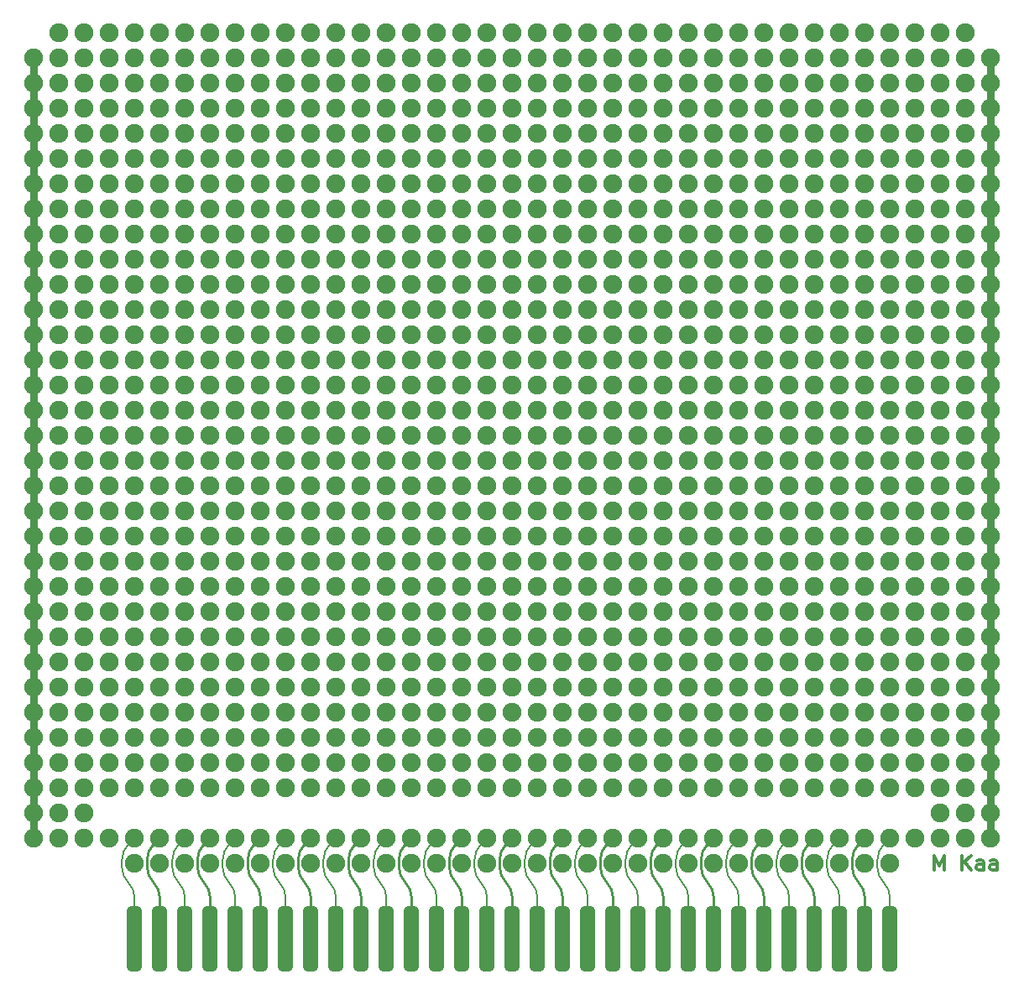
<source format=gbr>
%TF.GenerationSoftware,KiCad,Pcbnew,(6.0.2)*%
%TF.CreationDate,2022-06-30T00:29:27+03:00*%
%TF.ProjectId,zx-bus_board,7a782d62-7573-45f6-926f-6172642e6b69,rev?*%
%TF.SameCoordinates,Original*%
%TF.FileFunction,Copper,L1,Top*%
%TF.FilePolarity,Positive*%
%FSLAX46Y46*%
G04 Gerber Fmt 4.6, Leading zero omitted, Abs format (unit mm)*
G04 Created by KiCad (PCBNEW (6.0.2)) date 2022-06-30 00:29:27*
%MOMM*%
%LPD*%
G01*
G04 APERTURE LIST*
G04 Aperture macros list*
%AMRoundRect*
0 Rectangle with rounded corners*
0 $1 Rounding radius*
0 $2 $3 $4 $5 $6 $7 $8 $9 X,Y pos of 4 corners*
0 Add a 4 corners polygon primitive as box body*
4,1,4,$2,$3,$4,$5,$6,$7,$8,$9,$2,$3,0*
0 Add four circle primitives for the rounded corners*
1,1,$1+$1,$2,$3*
1,1,$1+$1,$4,$5*
1,1,$1+$1,$6,$7*
1,1,$1+$1,$8,$9*
0 Add four rect primitives between the rounded corners*
20,1,$1+$1,$2,$3,$4,$5,0*
20,1,$1+$1,$4,$5,$6,$7,0*
20,1,$1+$1,$6,$7,$8,$9,0*
20,1,$1+$1,$8,$9,$2,$3,0*%
G04 Aperture macros list end*
%ADD10C,0.300000*%
%TA.AperFunction,NonConductor*%
%ADD11C,0.300000*%
%TD*%
%TA.AperFunction,ComponentPad*%
%ADD12C,1.900000*%
%TD*%
%TA.AperFunction,ComponentPad*%
%ADD13C,1.524000*%
%TD*%
%TA.AperFunction,SMDPad,CuDef*%
%ADD14RoundRect,0.381000X-0.381000X-2.881000X0.381000X-2.881000X0.381000X2.881000X-0.381000X2.881000X0*%
%TD*%
%TA.AperFunction,Conductor*%
%ADD15C,0.250000*%
%TD*%
%TA.AperFunction,Conductor*%
%ADD16C,0.750000*%
%TD*%
%TA.AperFunction,Conductor*%
%ADD17C,0.200000*%
%TD*%
G04 APERTURE END LIST*
D10*
D11*
X248281428Y-102278571D02*
X248281428Y-100778571D01*
X248781428Y-101850000D01*
X249281428Y-100778571D01*
X249281428Y-102278571D01*
X251138571Y-102278571D02*
X251138571Y-100778571D01*
X251995714Y-102278571D02*
X251352857Y-101421428D01*
X251995714Y-100778571D02*
X251138571Y-101635714D01*
X253281428Y-102278571D02*
X253281428Y-101492857D01*
X253210000Y-101350000D01*
X253067142Y-101278571D01*
X252781428Y-101278571D01*
X252638571Y-101350000D01*
X253281428Y-102207142D02*
X253138571Y-102278571D01*
X252781428Y-102278571D01*
X252638571Y-102207142D01*
X252567142Y-102064285D01*
X252567142Y-101921428D01*
X252638571Y-101778571D01*
X252781428Y-101707142D01*
X253138571Y-101707142D01*
X253281428Y-101635714D01*
X254638571Y-102278571D02*
X254638571Y-101492857D01*
X254567142Y-101350000D01*
X254424285Y-101278571D01*
X254138571Y-101278571D01*
X253995714Y-101350000D01*
X254638571Y-102207142D02*
X254495714Y-102278571D01*
X254138571Y-102278571D01*
X253995714Y-102207142D01*
X253924285Y-102064285D01*
X253924285Y-101921428D01*
X253995714Y-101778571D01*
X254138571Y-101707142D01*
X254495714Y-101707142D01*
X254638571Y-101635714D01*
D12*
%TO.P,REF\u002A\u002A,*%
%TO.N,*%
X226060000Y-93980000D03*
%TD*%
%TO.P,REF\u002A\u002A,*%
%TO.N,*%
X233680000Y-93980000D03*
%TD*%
%TO.P,REF\u002A\u002A,*%
%TO.N,*%
X231140000Y-60960000D03*
%TD*%
%TO.P,REF\u002A\u002A,*%
%TO.N,*%
X175260000Y-22860000D03*
%TD*%
%TO.P,REF\u002A\u002A,*%
%TO.N,*%
X215900000Y-71120000D03*
%TD*%
%TO.P,REF\u002A\u002A,*%
%TO.N,*%
X241300000Y-27940000D03*
%TD*%
%TO.P,REF\u002A\u002A,*%
%TO.N,*%
X180340000Y-20320000D03*
%TD*%
%TO.P,REF\u002A\u002A,*%
%TO.N,*%
X198120000Y-81280000D03*
%TD*%
%TO.P,REF\u002A\u002A,*%
%TO.N,*%
X177800000Y-20320000D03*
%TD*%
%TO.P,REF\u002A\u002A,*%
%TO.N,*%
X165100000Y-76200000D03*
%TD*%
%TO.P,REF\u002A\u002A,*%
%TO.N,*%
X198120000Y-48260000D03*
%TD*%
%TO.P,REF\u002A\u002A,*%
%TO.N,*%
X246380000Y-35560000D03*
%TD*%
%TO.P,REF\u002A\u002A,*%
%TO.N,*%
X208280000Y-99060000D03*
%TD*%
%TO.P,REF\u002A\u002A,*%
%TO.N,*%
X195580000Y-63500000D03*
%TD*%
%TO.P,REF\u002A\u002A,*%
%TO.N,*%
X243840000Y-43180000D03*
%TD*%
%TO.P,REF\u002A\u002A,*%
%TO.N,*%
X180340000Y-22860000D03*
%TD*%
%TO.P,REF\u002A\u002A,*%
%TO.N,*%
X180340000Y-83820000D03*
%TD*%
%TO.P,REF\u002A\u002A,*%
%TO.N,*%
X180340000Y-86360000D03*
%TD*%
%TO.P,REF\u002A\u002A,*%
%TO.N,*%
X241300000Y-81280000D03*
%TD*%
%TO.P,REF\u002A\u002A,*%
%TO.N,*%
X215900000Y-58420000D03*
%TD*%
%TO.P,REF\u002A\u002A,*%
%TO.N,*%
X195580000Y-76200000D03*
%TD*%
%TO.P,REF\u002A\u002A,*%
%TO.N,*%
X165100000Y-30480000D03*
%TD*%
%TO.P,REF\u002A\u002A,*%
%TO.N,*%
X165100000Y-50800000D03*
%TD*%
%TO.P,REF\u002A\u002A,*%
%TO.N,*%
X226060000Y-88900000D03*
%TD*%
%TO.P,REF\u002A\u002A,*%
%TO.N,*%
X177800000Y-60960000D03*
%TD*%
%TO.P,REF\u002A\u002A,*%
%TO.N,*%
X193040000Y-48260000D03*
%TD*%
%TO.P,REF\u002A\u002A,*%
%TO.N,*%
X246380000Y-99060000D03*
%TD*%
%TO.P,REF\u002A\u002A,*%
%TO.N,*%
X251460000Y-83820000D03*
%TD*%
%TO.P,REF\u002A\u002A,*%
%TO.N,*%
X223520000Y-81280000D03*
%TD*%
%TO.P,REF\u002A\u002A,*%
%TO.N,*%
X205740000Y-76200000D03*
%TD*%
%TO.P,REF\u002A\u002A,*%
%TO.N,*%
X223520000Y-93980000D03*
%TD*%
%TO.P,REF\u002A\u002A,*%
%TO.N,*%
X226060000Y-81280000D03*
%TD*%
%TO.P,REF\u002A\u002A,*%
%TO.N,*%
X233680000Y-48260000D03*
%TD*%
%TO.P,REF\u002A\u002A,*%
%TO.N,*%
X213360000Y-91440000D03*
%TD*%
%TO.P,REF\u002A\u002A,*%
%TO.N,*%
X165100000Y-71120000D03*
%TD*%
%TO.P,REF\u002A\u002A,*%
%TO.N,*%
X175260000Y-27940000D03*
%TD*%
%TO.P,REF\u002A\u002A,*%
%TO.N,*%
X182880000Y-35560000D03*
%TD*%
%TO.P,REF\u002A\u002A,*%
%TO.N,*%
X167640000Y-66040000D03*
%TD*%
%TO.P,REF\u002A\u002A,*%
%TO.N,*%
X213360000Y-76200000D03*
%TD*%
%TO.P,REF\u002A\u002A,*%
%TO.N,*%
X162560000Y-20320000D03*
%TD*%
%TO.P,REF\u002A\u002A,*%
%TO.N,*%
X187960000Y-76200000D03*
%TD*%
%TO.P,REF\u002A\u002A,*%
%TO.N,*%
X246380000Y-45720000D03*
%TD*%
%TO.P,REF\u002A\u002A,*%
%TO.N,*%
X218440000Y-55880000D03*
%TD*%
%TO.P,REF\u002A\u002A,*%
%TO.N,*%
X218440000Y-58420000D03*
%TD*%
%TO.P,REF\u002A\u002A,*%
%TO.N,*%
X215900000Y-43180000D03*
%TD*%
%TO.P,REF\u002A\u002A,*%
%TO.N,*%
X213360000Y-27940000D03*
%TD*%
%TO.P,REF\u002A\u002A,*%
%TO.N,*%
X243840000Y-17780000D03*
%TD*%
%TO.P,REF\u002A\u002A,*%
%TO.N,*%
X157480000Y-53340000D03*
%TD*%
%TO.P,REF\u002A\u002A,*%
%TO.N,*%
X198120000Y-71120000D03*
%TD*%
%TO.P,REF\u002A\u002A,*%
%TO.N,*%
X177800000Y-53340000D03*
%TD*%
%TO.P,REF\u002A\u002A,*%
%TO.N,*%
X223520000Y-76200000D03*
%TD*%
%TO.P,REF\u002A\u002A,*%
%TO.N,*%
X190500000Y-93980000D03*
%TD*%
%TO.P,REF\u002A\u002A,*%
%TO.N,*%
X254000000Y-45720000D03*
%TD*%
%TO.P,REF\u002A\u002A,*%
%TO.N,*%
X172720000Y-73660000D03*
%TD*%
%TO.P,REF\u002A\u002A,*%
%TO.N,*%
X170180000Y-53340000D03*
%TD*%
%TO.P,REF\u002A\u002A,*%
%TO.N,*%
X213360000Y-73660000D03*
%TD*%
%TO.P,REF\u002A\u002A,*%
%TO.N,*%
X254000000Y-91440000D03*
%TD*%
%TO.P,REF\u002A\u002A,*%
%TO.N,*%
X170180000Y-50800000D03*
%TD*%
%TO.P,REF\u002A\u002A,*%
%TO.N,*%
X236220000Y-78740000D03*
%TD*%
%TO.P,REF\u002A\u002A,*%
%TO.N,*%
X231140000Y-99060000D03*
%TD*%
%TO.P,REF\u002A\u002A,*%
%TO.N,*%
X213360000Y-30480000D03*
%TD*%
%TO.P,REF\u002A\u002A,*%
%TO.N,*%
X233680000Y-58420000D03*
%TD*%
%TO.P,REF\u002A\u002A,*%
%TO.N,*%
X254000000Y-38100000D03*
%TD*%
%TO.P,REF\u002A\u002A,*%
%TO.N,*%
X182880000Y-81280000D03*
%TD*%
%TO.P,REF\u002A\u002A,*%
%TO.N,*%
X210820000Y-81280000D03*
%TD*%
%TO.P,REF\u002A\u002A,*%
%TO.N,*%
X243840000Y-88900000D03*
%TD*%
%TO.P,REF\u002A\u002A,*%
%TO.N,*%
X205740000Y-22860000D03*
%TD*%
%TO.P,,*%
%TO.N,*%
X187960000Y-101600000D03*
%TD*%
%TO.P,REF\u002A\u002A,*%
%TO.N,*%
X193040000Y-20320000D03*
%TD*%
%TO.P,REF\u002A\u002A,*%
%TO.N,*%
X165100000Y-27940000D03*
%TD*%
%TO.P,REF\u002A\u002A,*%
%TO.N,*%
X162560000Y-30480000D03*
%TD*%
%TO.P,REF\u002A\u002A,*%
%TO.N,*%
X246380000Y-68580000D03*
%TD*%
%TO.P,REF\u002A\u002A,*%
%TO.N,*%
X236220000Y-50800000D03*
%TD*%
%TO.P,REF\u002A\u002A,*%
%TO.N,*%
X254000000Y-50800000D03*
%TD*%
%TO.P,REF\u002A\u002A,*%
%TO.N,*%
X160020000Y-78740000D03*
%TD*%
%TO.P,REF\u002A\u002A,*%
%TO.N,*%
X241300000Y-101600000D03*
%TD*%
%TO.P,REF\u002A\u002A,*%
%TO.N,*%
X233680000Y-88900000D03*
%TD*%
%TO.P,REF\u002A\u002A,*%
%TO.N,*%
X172720000Y-50800000D03*
%TD*%
%TO.P,REF\u002A\u002A,*%
%TO.N,*%
X162560000Y-73660000D03*
%TD*%
%TO.P,REF\u002A\u002A,*%
%TO.N,*%
X213360000Y-58420000D03*
%TD*%
%TO.P,REF\u002A\u002A,*%
%TO.N,*%
X157480000Y-60960000D03*
%TD*%
%TO.P,REF\u002A\u002A,*%
%TO.N,*%
X238760000Y-86360000D03*
%TD*%
%TO.P,REF\u002A\u002A,*%
%TO.N,*%
X185420000Y-91440000D03*
%TD*%
%TO.P,REF\u002A\u002A,*%
%TO.N,*%
X195580000Y-83820000D03*
%TD*%
%TO.P,REF\u002A\u002A,*%
%TO.N,*%
X200660000Y-53340000D03*
%TD*%
%TO.P,REF\u002A\u002A,*%
%TO.N,*%
X238760000Y-25400000D03*
%TD*%
%TO.P,REF\u002A\u002A,*%
%TO.N,*%
X190500000Y-53340000D03*
%TD*%
%TO.P,REF\u002A\u002A,*%
%TO.N,*%
X254000000Y-60960000D03*
%TD*%
%TO.P,REF\u002A\u002A,*%
%TO.N,*%
X254000000Y-53340000D03*
%TD*%
%TO.P,REF\u002A\u002A,*%
%TO.N,*%
X187960000Y-27940000D03*
%TD*%
%TO.P,REF\u002A\u002A,*%
%TO.N,*%
X193040000Y-30480000D03*
%TD*%
%TO.P,REF\u002A\u002A,*%
%TO.N,*%
X177800000Y-55880000D03*
%TD*%
%TO.P,REF\u002A\u002A,*%
%TO.N,*%
X228600000Y-93980000D03*
%TD*%
%TO.P,REF\u002A\u002A,*%
%TO.N,*%
X170180000Y-68580000D03*
%TD*%
%TO.P,REF\u002A\u002A,*%
%TO.N,*%
X226060000Y-83820000D03*
%TD*%
%TO.P,REF\u002A\u002A,*%
%TO.N,*%
X248920000Y-35560000D03*
%TD*%
%TO.P,REF\u002A\u002A,*%
%TO.N,*%
X167640000Y-40640000D03*
%TD*%
%TO.P,REF\u002A\u002A,*%
%TO.N,*%
X193040000Y-101600000D03*
%TD*%
%TO.P,REF\u002A\u002A,*%
%TO.N,*%
X185420000Y-25400000D03*
%TD*%
%TO.P,REF\u002A\u002A,*%
%TO.N,*%
X254000000Y-81280000D03*
%TD*%
%TO.P,REF\u002A\u002A,*%
%TO.N,*%
X162560000Y-25400000D03*
%TD*%
%TO.P,REF\u002A\u002A,*%
%TO.N,*%
X162560000Y-66040000D03*
%TD*%
%TO.P,REF\u002A\u002A,*%
%TO.N,*%
X236220000Y-101600000D03*
%TD*%
%TO.P,REF\u002A\u002A,*%
%TO.N,*%
X165100000Y-83820000D03*
%TD*%
%TO.P,REF\u002A\u002A,*%
%TO.N,*%
X187960000Y-48260000D03*
%TD*%
%TO.P,REF\u002A\u002A,*%
%TO.N,*%
X193040000Y-53340000D03*
%TD*%
%TO.P,REF\u002A\u002A,*%
%TO.N,*%
X157480000Y-20320000D03*
%TD*%
%TO.P,REF\u002A\u002A,*%
%TO.N,*%
X254000000Y-68580000D03*
%TD*%
%TO.P,REF\u002A\u002A,*%
%TO.N,*%
X226060000Y-50800000D03*
%TD*%
%TO.P,REF\u002A\u002A,*%
%TO.N,*%
X226060000Y-25400000D03*
%TD*%
%TO.P,REF\u002A\u002A,*%
%TO.N,*%
X223520000Y-35560000D03*
%TD*%
%TO.P,REF\u002A\u002A,*%
%TO.N,*%
X220980000Y-71120000D03*
%TD*%
%TO.P,REF\u002A\u002A,*%
%TO.N,*%
X200660000Y-76200000D03*
%TD*%
%TO.P,REF\u002A\u002A,*%
%TO.N,*%
X177800000Y-27940000D03*
%TD*%
%TO.P,REF\u002A\u002A,*%
%TO.N,*%
X185420000Y-53340000D03*
%TD*%
%TO.P,REF\u002A\u002A,*%
%TO.N,*%
X243840000Y-101600000D03*
%TD*%
%TO.P,REF\u002A\u002A,*%
%TO.N,*%
X167640000Y-86360000D03*
%TD*%
%TO.P,REF\u002A\u002A,*%
%TO.N,*%
X210820000Y-17780000D03*
%TD*%
%TO.P,REF\u002A\u002A,*%
%TO.N,*%
X205740000Y-43180000D03*
%TD*%
%TO.P,REF\u002A\u002A,*%
%TO.N,*%
X254000000Y-40640000D03*
%TD*%
%TO.P,REF\u002A\u002A,*%
%TO.N,*%
X220980000Y-33020000D03*
%TD*%
%TO.P,,*%
%TO.N,*%
X218440000Y-101600000D03*
%TD*%
%TO.P,REF\u002A\u002A,*%
%TO.N,*%
X180340000Y-43180000D03*
%TD*%
%TO.P,REF\u002A\u002A,*%
%TO.N,*%
X162560000Y-55880000D03*
%TD*%
%TO.P,REF\u002A\u002A,*%
%TO.N,*%
X213360000Y-38100000D03*
%TD*%
%TO.P,REF\u002A\u002A,*%
%TO.N,*%
X233680000Y-60960000D03*
%TD*%
%TO.P,REF\u002A\u002A,*%
%TO.N,*%
X170180000Y-91440000D03*
%TD*%
%TO.P,REF\u002A\u002A,*%
%TO.N,*%
X231140000Y-83820000D03*
%TD*%
%TO.P,REF\u002A\u002A,*%
%TO.N,*%
X231140000Y-101600000D03*
%TD*%
%TO.P,REF\u002A\u002A,*%
%TO.N,*%
X238760000Y-22860000D03*
%TD*%
%TO.P,REF\u002A\u002A,*%
%TO.N,*%
X248920000Y-55880000D03*
%TD*%
%TO.P,REF\u002A\u002A,*%
%TO.N,*%
X193040000Y-73660000D03*
%TD*%
%TO.P,REF\u002A\u002A,*%
%TO.N,*%
X241300000Y-76200000D03*
%TD*%
%TO.P,REF\u002A\u002A,*%
%TO.N,*%
X215900000Y-78740000D03*
%TD*%
%TO.P,REF\u002A\u002A,*%
%TO.N,*%
X246380000Y-20320000D03*
%TD*%
%TO.P,REF\u002A\u002A,*%
%TO.N,*%
X203200000Y-93980000D03*
%TD*%
%TO.P,REF\u002A\u002A,*%
%TO.N,*%
X162560000Y-48260000D03*
%TD*%
%TO.P,REF\u002A\u002A,*%
%TO.N,*%
X185420000Y-40640000D03*
%TD*%
%TO.P,REF\u002A\u002A,*%
%TO.N,*%
X243840000Y-38100000D03*
%TD*%
%TO.P,REF\u002A\u002A,*%
%TO.N,*%
X160020000Y-17780000D03*
%TD*%
%TO.P,REF\u002A\u002A,*%
%TO.N,*%
X236220000Y-76200000D03*
%TD*%
%TO.P,REF\u002A\u002A,*%
%TO.N,*%
X177800000Y-83820000D03*
%TD*%
%TO.P,REF\u002A\u002A,*%
%TO.N,*%
X220980000Y-53340000D03*
%TD*%
%TO.P,REF\u002A\u002A,*%
%TO.N,*%
X203200000Y-43180000D03*
%TD*%
%TO.P,REF\u002A\u002A,*%
%TO.N,*%
X195580000Y-50800000D03*
%TD*%
%TO.P,REF\u002A\u002A,*%
%TO.N,*%
X157480000Y-43180000D03*
%TD*%
%TO.P,REF\u002A\u002A,*%
%TO.N,*%
X248920000Y-58420000D03*
%TD*%
%TO.P,REF\u002A\u002A,*%
%TO.N,*%
X246380000Y-33020000D03*
%TD*%
%TO.P,REF\u002A\u002A,*%
%TO.N,*%
X170180000Y-17780000D03*
%TD*%
%TO.P,REF\u002A\u002A,*%
%TO.N,*%
X165100000Y-91440000D03*
%TD*%
%TO.P,REF\u002A\u002A,*%
%TO.N,*%
X187960000Y-53340000D03*
%TD*%
%TO.P,REF\u002A\u002A,*%
%TO.N,*%
X190500000Y-22860000D03*
%TD*%
%TO.P,REF\u002A\u002A,*%
%TO.N,*%
X223520000Y-20320000D03*
%TD*%
%TO.P,REF\u002A\u002A,*%
%TO.N,*%
X193040000Y-43180000D03*
%TD*%
%TO.P,REF\u002A\u002A,*%
%TO.N,*%
X205740000Y-101600000D03*
%TD*%
%TO.P,REF\u002A\u002A,*%
%TO.N,*%
X220980000Y-76200000D03*
%TD*%
%TO.P,REF\u002A\u002A,*%
%TO.N,*%
X180340000Y-33020000D03*
%TD*%
%TO.P,REF\u002A\u002A,*%
%TO.N,*%
X220980000Y-22860000D03*
%TD*%
%TO.P,REF\u002A\u002A,*%
%TO.N,*%
X213360000Y-83820000D03*
%TD*%
%TO.P,REF\u002A\u002A,*%
%TO.N,*%
X187960000Y-60960000D03*
%TD*%
%TO.P,REF\u002A\u002A,*%
%TO.N,*%
X160020000Y-99060000D03*
%TD*%
%TO.P,REF\u002A\u002A,*%
%TO.N,*%
X182880000Y-63500000D03*
%TD*%
%TO.P,REF\u002A\u002A,*%
%TO.N,*%
X238760000Y-63500000D03*
%TD*%
%TO.P,REF\u002A\u002A,*%
%TO.N,*%
X160020000Y-48260000D03*
%TD*%
%TO.P,REF\u002A\u002A,*%
%TO.N,*%
X157480000Y-33020000D03*
%TD*%
%TO.P,REF\u002A\u002A,*%
%TO.N,*%
X241300000Y-93980000D03*
%TD*%
%TO.P,REF\u002A\u002A,*%
%TO.N,*%
X203200000Y-27940000D03*
%TD*%
%TO.P,REF\u002A\u002A,*%
%TO.N,*%
X172720000Y-99060000D03*
%TD*%
%TO.P,REF\u002A\u002A,*%
%TO.N,*%
X172720000Y-58420000D03*
%TD*%
%TO.P,REF\u002A\u002A,*%
%TO.N,*%
X195580000Y-73660000D03*
%TD*%
%TO.P,REF\u002A\u002A,*%
%TO.N,*%
X220980000Y-81280000D03*
%TD*%
%TO.P,REF\u002A\u002A,*%
%TO.N,*%
X231140000Y-33020000D03*
%TD*%
%TO.P,REF\u002A\u002A,*%
%TO.N,*%
X246380000Y-91440000D03*
%TD*%
%TO.P,REF\u002A\u002A,*%
%TO.N,*%
X162560000Y-53340000D03*
%TD*%
%TO.P,REF\u002A\u002A,*%
%TO.N,*%
X170180000Y-78740000D03*
%TD*%
%TO.P,REF\u002A\u002A,*%
%TO.N,*%
X170180000Y-71120000D03*
%TD*%
%TO.P,REF\u002A\u002A,*%
%TO.N,*%
X160020000Y-68580000D03*
%TD*%
%TO.P,REF\u002A\u002A,*%
%TO.N,*%
X205740000Y-73660000D03*
%TD*%
%TO.P,REF\u002A\u002A,*%
%TO.N,*%
X248920000Y-86360000D03*
%TD*%
%TO.P,REF\u002A\u002A,*%
%TO.N,*%
X172720000Y-63500000D03*
%TD*%
%TO.P,REF\u002A\u002A,*%
%TO.N,*%
X157480000Y-25400000D03*
%TD*%
%TO.P,REF\u002A\u002A,*%
%TO.N,*%
X160020000Y-38100000D03*
%TD*%
%TO.P,REF\u002A\u002A,*%
%TO.N,*%
X205740000Y-17780000D03*
%TD*%
%TO.P,REF\u002A\u002A,*%
%TO.N,*%
X177800000Y-43180000D03*
%TD*%
%TO.P,REF\u002A\u002A,*%
%TO.N,*%
X177800000Y-76200000D03*
%TD*%
%TO.P,REF\u002A\u002A,*%
%TO.N,*%
X157480000Y-73660000D03*
%TD*%
%TO.P,REF\u002A\u002A,*%
%TO.N,*%
X203200000Y-60960000D03*
%TD*%
%TO.P,REF\u002A\u002A,*%
%TO.N,*%
X185420000Y-66040000D03*
%TD*%
%TO.P,REF\u002A\u002A,*%
%TO.N,*%
X218440000Y-68580000D03*
%TD*%
%TO.P,REF\u002A\u002A,*%
%TO.N,*%
X193040000Y-38100000D03*
%TD*%
%TO.P,REF\u002A\u002A,*%
%TO.N,*%
X172720000Y-30480000D03*
%TD*%
%TO.P,REF\u002A\u002A,*%
%TO.N,*%
X238760000Y-58420000D03*
%TD*%
%TO.P,REF\u002A\u002A,*%
%TO.N,*%
X162560000Y-71120000D03*
%TD*%
%TO.P,REF\u002A\u002A,*%
%TO.N,*%
X172720000Y-76200000D03*
%TD*%
%TO.P,REF\u002A\u002A,*%
%TO.N,*%
X157480000Y-68580000D03*
%TD*%
%TO.P,REF\u002A\u002A,*%
%TO.N,*%
X220980000Y-25400000D03*
%TD*%
%TO.P,REF\u002A\u002A,*%
%TO.N,*%
X160020000Y-93980000D03*
%TD*%
%TO.P,REF\u002A\u002A,*%
%TO.N,*%
X241300000Y-68580000D03*
%TD*%
%TO.P,REF\u002A\u002A,*%
%TO.N,*%
X208280000Y-55880000D03*
%TD*%
%TO.P,REF\u002A\u002A,*%
%TO.N,*%
X185420000Y-55880000D03*
%TD*%
%TO.P,REF\u002A\u002A,*%
%TO.N,*%
X198120000Y-33020000D03*
%TD*%
%TO.P,REF\u002A\u002A,*%
%TO.N,*%
X185420000Y-30480000D03*
%TD*%
%TO.P,REF\u002A\u002A,*%
%TO.N,*%
X187960000Y-55880000D03*
%TD*%
%TO.P,REF\u002A\u002A,*%
%TO.N,*%
X177800000Y-71120000D03*
%TD*%
%TO.P,REF\u002A\u002A,*%
%TO.N,*%
X243840000Y-81280000D03*
%TD*%
%TO.P,REF\u002A\u002A,*%
%TO.N,*%
X228600000Y-63500000D03*
%TD*%
%TO.P,REF\u002A\u002A,*%
%TO.N,*%
X223520000Y-17780000D03*
%TD*%
%TO.P,REF\u002A\u002A,*%
%TO.N,*%
X228600000Y-25400000D03*
%TD*%
%TO.P,REF\u002A\u002A,*%
%TO.N,*%
X185420000Y-33020000D03*
%TD*%
%TO.P,REF\u002A\u002A,*%
%TO.N,*%
X182880000Y-27940000D03*
%TD*%
%TO.P,REF\u002A\u002A,*%
%TO.N,*%
X167640000Y-83820000D03*
%TD*%
%TO.P,REF\u002A\u002A,*%
%TO.N,*%
X254000000Y-48260000D03*
%TD*%
%TO.P,REF\u002A\u002A,*%
%TO.N,*%
X238760000Y-33020000D03*
%TD*%
%TO.P,REF\u002A\u002A,*%
%TO.N,*%
X251460000Y-22860000D03*
%TD*%
%TO.P,,*%
%TO.N,*%
X195580000Y-99060000D03*
%TD*%
%TO.P,REF\u002A\u002A,*%
%TO.N,*%
X238760000Y-45720000D03*
%TD*%
%TO.P,,*%
%TO.N,*%
X213360000Y-101600000D03*
%TD*%
%TO.P,REF\u002A\u002A,*%
%TO.N,*%
X236220000Y-93980000D03*
%TD*%
%TO.P,REF\u002A\u002A,*%
%TO.N,*%
X213360000Y-43180000D03*
%TD*%
%TO.P,REF\u002A\u002A,*%
%TO.N,*%
X205740000Y-71120000D03*
%TD*%
%TO.P,REF\u002A\u002A,*%
%TO.N,*%
X198120000Y-101600000D03*
%TD*%
%TO.P,REF\u002A\u002A,*%
%TO.N,*%
X170180000Y-76200000D03*
%TD*%
%TO.P,REF\u002A\u002A,*%
%TO.N,*%
X208280000Y-27940000D03*
%TD*%
%TO.P,REF\u002A\u002A,*%
%TO.N,*%
X157480000Y-81280000D03*
%TD*%
%TO.P,REF\u002A\u002A,*%
%TO.N,*%
X182880000Y-17780000D03*
%TD*%
%TO.P,REF\u002A\u002A,*%
%TO.N,*%
X228600000Y-86360000D03*
%TD*%
%TO.P,REF\u002A\u002A,*%
%TO.N,*%
X162560000Y-43180000D03*
%TD*%
%TO.P,REF\u002A\u002A,*%
%TO.N,*%
X195580000Y-99060000D03*
%TD*%
%TO.P,REF\u002A\u002A,*%
%TO.N,*%
X251460000Y-99060000D03*
%TD*%
%TO.P,REF\u002A\u002A,*%
%TO.N,*%
X200660000Y-60960000D03*
%TD*%
%TO.P,REF\u002A\u002A,*%
%TO.N,*%
X190500000Y-86360000D03*
%TD*%
%TO.P,REF\u002A\u002A,*%
%TO.N,*%
X231140000Y-43180000D03*
%TD*%
%TO.P,REF\u002A\u002A,*%
%TO.N,*%
X215900000Y-83820000D03*
%TD*%
%TO.P,REF\u002A\u002A,*%
%TO.N,*%
X180340000Y-63500000D03*
%TD*%
%TO.P,REF\u002A\u002A,*%
%TO.N,*%
X243840000Y-55880000D03*
%TD*%
%TO.P,REF\u002A\u002A,*%
%TO.N,*%
X170180000Y-81280000D03*
%TD*%
%TO.P,REF\u002A\u002A,*%
%TO.N,*%
X165100000Y-43180000D03*
%TD*%
%TO.P,REF\u002A\u002A,*%
%TO.N,*%
X203200000Y-88900000D03*
%TD*%
%TO.P,REF\u002A\u002A,*%
%TO.N,*%
X228600000Y-88900000D03*
%TD*%
%TO.P,,*%
%TO.N,*%
X228600000Y-101600000D03*
%TD*%
%TO.P,REF\u002A\u002A,*%
%TO.N,*%
X210820000Y-53340000D03*
%TD*%
%TO.P,REF\u002A\u002A,*%
%TO.N,*%
X208280000Y-17780000D03*
%TD*%
%TO.P,REF\u002A\u002A,*%
%TO.N,*%
X180340000Y-81280000D03*
%TD*%
D13*
%TO.P,,1*%
%TO.N,N/C*%
X243840000Y-101600000D03*
%TD*%
D12*
%TO.P,REF\u002A\u002A,*%
%TO.N,*%
X243840000Y-91440000D03*
%TD*%
%TO.P,REF\u002A\u002A,*%
%TO.N,*%
X193040000Y-88900000D03*
%TD*%
%TO.P,REF\u002A\u002A,*%
%TO.N,*%
X177800000Y-81280000D03*
%TD*%
%TO.P,REF\u002A\u002A,*%
%TO.N,*%
X220980000Y-48260000D03*
%TD*%
%TO.P,,*%
%TO.N,*%
X218440000Y-101600000D03*
%TD*%
%TO.P,REF\u002A\u002A,*%
%TO.N,*%
X187960000Y-30480000D03*
%TD*%
%TO.P,REF\u002A\u002A,*%
%TO.N,*%
X203200000Y-101600000D03*
%TD*%
%TO.P,REF\u002A\u002A,*%
%TO.N,*%
X233680000Y-50800000D03*
%TD*%
%TO.P,REF\u002A\u002A,*%
%TO.N,*%
X243840000Y-63500000D03*
%TD*%
%TO.P,REF\u002A\u002A,*%
%TO.N,*%
X218440000Y-63500000D03*
%TD*%
%TO.P,REF\u002A\u002A,*%
%TO.N,*%
X195580000Y-45720000D03*
%TD*%
%TO.P,REF\u002A\u002A,*%
%TO.N,*%
X213360000Y-99060000D03*
%TD*%
%TO.P,REF\u002A\u002A,*%
%TO.N,*%
X228600000Y-55880000D03*
%TD*%
%TO.P,REF\u002A\u002A,*%
%TO.N,*%
X251460000Y-68580000D03*
%TD*%
%TO.P,REF\u002A\u002A,*%
%TO.N,*%
X233680000Y-40640000D03*
%TD*%
%TO.P,REF\u002A\u002A,*%
%TO.N,*%
X175260000Y-73660000D03*
%TD*%
%TO.P,REF\u002A\u002A,*%
%TO.N,*%
X187960000Y-66040000D03*
%TD*%
%TO.P,REF\u002A\u002A,*%
%TO.N,*%
X220980000Y-68580000D03*
%TD*%
%TO.P,REF\u002A\u002A,*%
%TO.N,*%
X193040000Y-45720000D03*
%TD*%
%TO.P,REF\u002A\u002A,*%
%TO.N,*%
X177800000Y-66040000D03*
%TD*%
%TO.P,REF\u002A\u002A,*%
%TO.N,*%
X205740000Y-99060000D03*
%TD*%
%TO.P,REF\u002A\u002A,*%
%TO.N,*%
X190500000Y-91440000D03*
%TD*%
%TO.P,REF\u002A\u002A,*%
%TO.N,*%
X185420000Y-58420000D03*
%TD*%
%TO.P,,*%
%TO.N,*%
X236220000Y-99060000D03*
%TD*%
%TO.P,REF\u002A\u002A,*%
%TO.N,*%
X185420000Y-81280000D03*
%TD*%
%TO.P,REF\u002A\u002A,*%
%TO.N,*%
X226060000Y-20320000D03*
%TD*%
%TO.P,REF\u002A\u002A,*%
%TO.N,*%
X167640000Y-53340000D03*
%TD*%
%TO.P,REF\u002A\u002A,*%
%TO.N,*%
X162560000Y-45720000D03*
%TD*%
%TO.P,REF\u002A\u002A,*%
%TO.N,*%
X165100000Y-17780000D03*
%TD*%
%TO.P,REF\u002A\u002A,*%
%TO.N,*%
X190500000Y-63500000D03*
%TD*%
%TO.P,REF\u002A\u002A,*%
%TO.N,*%
X213360000Y-71120000D03*
%TD*%
%TO.P,REF\u002A\u002A,*%
%TO.N,*%
X195580000Y-53340000D03*
%TD*%
%TO.P,REF\u002A\u002A,*%
%TO.N,*%
X172720000Y-25400000D03*
%TD*%
%TO.P,REF\u002A\u002A,*%
%TO.N,*%
X190500000Y-68580000D03*
%TD*%
%TO.P,REF\u002A\u002A,*%
%TO.N,*%
X248920000Y-30480000D03*
%TD*%
%TO.P,REF\u002A\u002A,*%
%TO.N,*%
X195580000Y-86360000D03*
%TD*%
%TO.P,REF\u002A\u002A,*%
%TO.N,*%
X223520000Y-55880000D03*
%TD*%
%TO.P,REF\u002A\u002A,*%
%TO.N,*%
X218440000Y-20320000D03*
%TD*%
%TO.P,REF\u002A\u002A,*%
%TO.N,*%
X187960000Y-33020000D03*
%TD*%
%TO.P,REF\u002A\u002A,*%
%TO.N,*%
X248920000Y-83820000D03*
%TD*%
%TO.P,REF\u002A\u002A,*%
%TO.N,*%
X182880000Y-45720000D03*
%TD*%
%TO.P,REF\u002A\u002A,*%
%TO.N,*%
X231140000Y-88900000D03*
%TD*%
%TO.P,REF\u002A\u002A,*%
%TO.N,*%
X167640000Y-48260000D03*
%TD*%
%TO.P,REF\u002A\u002A,*%
%TO.N,*%
X226060000Y-55880000D03*
%TD*%
%TO.P,REF\u002A\u002A,*%
%TO.N,*%
X248920000Y-27940000D03*
%TD*%
%TO.P,REF\u002A\u002A,*%
%TO.N,*%
X167640000Y-20320000D03*
%TD*%
%TO.P,REF\u002A\u002A,*%
%TO.N,*%
X172720000Y-88900000D03*
%TD*%
%TO.P,REF\u002A\u002A,*%
%TO.N,*%
X193040000Y-22860000D03*
%TD*%
%TO.P,REF\u002A\u002A,*%
%TO.N,*%
X208280000Y-81280000D03*
%TD*%
%TO.P,REF\u002A\u002A,*%
%TO.N,*%
X198120000Y-27940000D03*
%TD*%
%TO.P,REF\u002A\u002A,*%
%TO.N,*%
X248920000Y-38100000D03*
%TD*%
%TO.P,,*%
%TO.N,*%
X243840000Y-101600000D03*
%TD*%
%TO.P,REF\u002A\u002A,*%
%TO.N,*%
X220980000Y-101600000D03*
%TD*%
%TO.P,REF\u002A\u002A,*%
%TO.N,*%
X248920000Y-71120000D03*
%TD*%
%TO.P,REF\u002A\u002A,*%
%TO.N,*%
X236220000Y-81280000D03*
%TD*%
%TO.P,REF\u002A\u002A,*%
%TO.N,*%
X243840000Y-50800000D03*
%TD*%
%TO.P,REF\u002A\u002A,*%
%TO.N,*%
X213360000Y-20320000D03*
%TD*%
%TO.P,REF\u002A\u002A,*%
%TO.N,*%
X177800000Y-68580000D03*
%TD*%
%TO.P,,*%
%TO.N,*%
X208280000Y-101600000D03*
%TD*%
%TO.P,REF\u002A\u002A,*%
%TO.N,*%
X170180000Y-27940000D03*
%TD*%
%TO.P,REF\u002A\u002A,*%
%TO.N,*%
X167640000Y-71120000D03*
%TD*%
%TO.P,REF\u002A\u002A,*%
%TO.N,*%
X231140000Y-76200000D03*
%TD*%
%TO.P,REF\u002A\u002A,*%
%TO.N,*%
X241300000Y-30480000D03*
%TD*%
%TO.P,REF\u002A\u002A,*%
%TO.N,*%
X246380000Y-50800000D03*
%TD*%
%TO.P,REF\u002A\u002A,*%
%TO.N,*%
X251460000Y-35560000D03*
%TD*%
%TO.P,REF\u002A\u002A,*%
%TO.N,*%
X251460000Y-91440000D03*
%TD*%
%TO.P,REF\u002A\u002A,*%
%TO.N,*%
X160020000Y-63500000D03*
%TD*%
%TO.P,REF\u002A\u002A,*%
%TO.N,*%
X198120000Y-68580000D03*
%TD*%
%TO.P,REF\u002A\u002A,*%
%TO.N,*%
X226060000Y-78740000D03*
%TD*%
%TO.P,REF\u002A\u002A,*%
%TO.N,*%
X172720000Y-101600000D03*
%TD*%
%TO.P,REF\u002A\u002A,*%
%TO.N,*%
X213360000Y-93980000D03*
%TD*%
%TO.P,REF\u002A\u002A,*%
%TO.N,*%
X180340000Y-35560000D03*
%TD*%
%TO.P,REF\u002A\u002A,*%
%TO.N,*%
X220980000Y-55880000D03*
%TD*%
%TO.P,REF\u002A\u002A,*%
%TO.N,*%
X175260000Y-50800000D03*
%TD*%
%TO.P,REF\u002A\u002A,*%
%TO.N,*%
X226060000Y-53340000D03*
%TD*%
%TO.P,REF\u002A\u002A,*%
%TO.N,*%
X238760000Y-83820000D03*
%TD*%
%TO.P,REF\u002A\u002A,*%
%TO.N,*%
X180340000Y-48260000D03*
%TD*%
%TO.P,REF\u002A\u002A,*%
%TO.N,*%
X200660000Y-68580000D03*
%TD*%
%TO.P,REF\u002A\u002A,*%
%TO.N,*%
X167640000Y-99060000D03*
%TD*%
%TO.P,REF\u002A\u002A,*%
%TO.N,*%
X182880000Y-38100000D03*
%TD*%
%TO.P,REF\u002A\u002A,*%
%TO.N,*%
X233680000Y-73660000D03*
%TD*%
%TO.P,REF\u002A\u002A,*%
%TO.N,*%
X185420000Y-71120000D03*
%TD*%
%TO.P,REF\u002A\u002A,*%
%TO.N,*%
X180340000Y-93980000D03*
%TD*%
%TO.P,REF\u002A\u002A,*%
%TO.N,*%
X210820000Y-88900000D03*
%TD*%
%TO.P,REF\u002A\u002A,*%
%TO.N,*%
X162560000Y-88900000D03*
%TD*%
%TO.P,REF\u002A\u002A,*%
%TO.N,*%
X246380000Y-60960000D03*
%TD*%
%TO.P,REF\u002A\u002A,*%
%TO.N,*%
X213360000Y-68580000D03*
%TD*%
%TO.P,REF\u002A\u002A,*%
%TO.N,*%
X243840000Y-25400000D03*
%TD*%
%TO.P,REF\u002A\u002A,*%
%TO.N,*%
X236220000Y-25400000D03*
%TD*%
%TO.P,REF\u002A\u002A,*%
%TO.N,*%
X198120000Y-20320000D03*
%TD*%
%TO.P,REF\u002A\u002A,*%
%TO.N,*%
X254000000Y-22860000D03*
%TD*%
%TO.P,REF\u002A\u002A,*%
%TO.N,*%
X200660000Y-48260000D03*
%TD*%
%TO.P,REF\u002A\u002A,*%
%TO.N,*%
X251460000Y-86360000D03*
%TD*%
%TO.P,REF\u002A\u002A,*%
%TO.N,*%
X165100000Y-55880000D03*
%TD*%
%TO.P,REF\u002A\u002A,*%
%TO.N,*%
X213360000Y-25400000D03*
%TD*%
%TO.P,REF\u002A\u002A,*%
%TO.N,*%
X220980000Y-78740000D03*
%TD*%
%TO.P,REF\u002A\u002A,*%
%TO.N,*%
X177800000Y-38100000D03*
%TD*%
%TO.P,REF\u002A\u002A,*%
%TO.N,*%
X248920000Y-48260000D03*
%TD*%
%TO.P,REF\u002A\u002A,*%
%TO.N,*%
X187960000Y-35560000D03*
%TD*%
%TO.P,REF\u002A\u002A,*%
%TO.N,*%
X233680000Y-27940000D03*
%TD*%
%TO.P,REF\u002A\u002A,*%
%TO.N,*%
X172720000Y-91440000D03*
%TD*%
%TO.P,REF\u002A\u002A,*%
%TO.N,*%
X187960000Y-83820000D03*
%TD*%
%TO.P,REF\u002A\u002A,*%
%TO.N,*%
X175260000Y-99060000D03*
%TD*%
%TO.P,REF\u002A\u002A,*%
%TO.N,*%
X254000000Y-25400000D03*
%TD*%
%TO.P,REF\u002A\u002A,*%
%TO.N,*%
X246380000Y-71120000D03*
%TD*%
%TO.P,REF\u002A\u002A,*%
%TO.N,*%
X182880000Y-73660000D03*
%TD*%
%TO.P,REF\u002A\u002A,*%
%TO.N,*%
X172720000Y-71120000D03*
%TD*%
%TO.P,REF\u002A\u002A,*%
%TO.N,*%
X198120000Y-93980000D03*
%TD*%
%TO.P,,*%
%TO.N,*%
X233680000Y-101600000D03*
%TD*%
%TO.P,REF\u002A\u002A,*%
%TO.N,*%
X218440000Y-43180000D03*
%TD*%
%TO.P,REF\u002A\u002A,*%
%TO.N,*%
X162560000Y-81280000D03*
%TD*%
%TO.P,REF\u002A\u002A,*%
%TO.N,*%
X177800000Y-35560000D03*
%TD*%
%TO.P,REF\u002A\u002A,*%
%TO.N,*%
X180340000Y-58420000D03*
%TD*%
%TO.P,REF\u002A\u002A,*%
%TO.N,*%
X246380000Y-27940000D03*
%TD*%
%TO.P,REF\u002A\u002A,*%
%TO.N,*%
X210820000Y-22860000D03*
%TD*%
%TO.P,REF\u002A\u002A,*%
%TO.N,*%
X215900000Y-35560000D03*
%TD*%
%TO.P,REF\u002A\u002A,*%
%TO.N,*%
X233680000Y-86360000D03*
%TD*%
%TO.P,REF\u002A\u002A,*%
%TO.N,*%
X208280000Y-73660000D03*
%TD*%
%TO.P,REF\u002A\u002A,*%
%TO.N,*%
X228600000Y-78740000D03*
%TD*%
%TO.P,REF\u002A\u002A,*%
%TO.N,*%
X210820000Y-35560000D03*
%TD*%
%TO.P,REF\u002A\u002A,*%
%TO.N,*%
X180340000Y-53340000D03*
%TD*%
%TO.P,REF\u002A\u002A,*%
%TO.N,*%
X160020000Y-33020000D03*
%TD*%
%TO.P,REF\u002A\u002A,*%
%TO.N,*%
X205740000Y-38100000D03*
%TD*%
%TO.P,REF\u002A\u002A,*%
%TO.N,*%
X248920000Y-88900000D03*
%TD*%
%TO.P,REF\u002A\u002A,*%
%TO.N,*%
X170180000Y-88900000D03*
%TD*%
%TO.P,REF\u002A\u002A,*%
%TO.N,*%
X251460000Y-78740000D03*
%TD*%
%TO.P,REF\u002A\u002A,*%
%TO.N,*%
X198120000Y-99060000D03*
%TD*%
%TO.P,REF\u002A\u002A,*%
%TO.N,*%
X157480000Y-55880000D03*
%TD*%
%TO.P,REF\u002A\u002A,*%
%TO.N,*%
X157480000Y-45720000D03*
%TD*%
%TO.P,REF\u002A\u002A,*%
%TO.N,*%
X190500000Y-71120000D03*
%TD*%
%TO.P,REF\u002A\u002A,*%
%TO.N,*%
X218440000Y-60960000D03*
%TD*%
%TO.P,REF\u002A\u002A,*%
%TO.N,*%
X241300000Y-35560000D03*
%TD*%
%TO.P,REF\u002A\u002A,*%
%TO.N,*%
X205740000Y-25400000D03*
%TD*%
%TO.P,REF\u002A\u002A,*%
%TO.N,*%
X226060000Y-33020000D03*
%TD*%
%TO.P,REF\u002A\u002A,*%
%TO.N,*%
X218440000Y-88900000D03*
%TD*%
%TO.P,REF\u002A\u002A,*%
%TO.N,*%
X233680000Y-83820000D03*
%TD*%
%TO.P,REF\u002A\u002A,*%
%TO.N,*%
X236220000Y-86360000D03*
%TD*%
%TO.P,REF\u002A\u002A,*%
%TO.N,*%
X175260000Y-38100000D03*
%TD*%
%TO.P,REF\u002A\u002A,*%
%TO.N,*%
X223520000Y-30480000D03*
%TD*%
%TO.P,REF\u002A\u002A,*%
%TO.N,*%
X182880000Y-71120000D03*
%TD*%
%TO.P,REF\u002A\u002A,*%
%TO.N,*%
X157480000Y-30480000D03*
%TD*%
%TO.P,REF\u002A\u002A,*%
%TO.N,*%
X208280000Y-91440000D03*
%TD*%
%TO.P,REF\u002A\u002A,*%
%TO.N,*%
X190500000Y-40640000D03*
%TD*%
%TO.P,REF\u002A\u002A,*%
%TO.N,*%
X203200000Y-25400000D03*
%TD*%
%TO.P,REF\u002A\u002A,*%
%TO.N,*%
X177800000Y-99060000D03*
%TD*%
%TO.P,REF\u002A\u002A,*%
%TO.N,*%
X198120000Y-53340000D03*
%TD*%
%TO.P,REF\u002A\u002A,*%
%TO.N,*%
X187960000Y-78740000D03*
%TD*%
%TO.P,REF\u002A\u002A,*%
%TO.N,*%
X251460000Y-73660000D03*
%TD*%
%TO.P,REF\u002A\u002A,*%
%TO.N,*%
X241300000Y-40640000D03*
%TD*%
%TO.P,REF\u002A\u002A,*%
%TO.N,*%
X205740000Y-20320000D03*
%TD*%
%TO.P,REF\u002A\u002A,*%
%TO.N,*%
X162560000Y-76200000D03*
%TD*%
%TO.P,REF\u002A\u002A,*%
%TO.N,*%
X157480000Y-27940000D03*
%TD*%
%TO.P,REF\u002A\u002A,*%
%TO.N,*%
X218440000Y-33020000D03*
%TD*%
%TO.P,REF\u002A\u002A,*%
%TO.N,*%
X241300000Y-88900000D03*
%TD*%
%TO.P,REF\u002A\u002A,*%
%TO.N,*%
X208280000Y-45720000D03*
%TD*%
%TO.P,REF\u002A\u002A,*%
%TO.N,*%
X226060000Y-38100000D03*
%TD*%
%TO.P,REF\u002A\u002A,*%
%TO.N,*%
X215900000Y-25400000D03*
%TD*%
%TO.P,REF\u002A\u002A,*%
%TO.N,*%
X226060000Y-58420000D03*
%TD*%
%TO.P,REF\u002A\u002A,*%
%TO.N,*%
X238760000Y-93980000D03*
%TD*%
%TO.P,REF\u002A\u002A,*%
%TO.N,*%
X208280000Y-30480000D03*
%TD*%
%TO.P,REF\u002A\u002A,*%
%TO.N,*%
X220980000Y-93980000D03*
%TD*%
%TO.P,REF\u002A\u002A,*%
%TO.N,*%
X210820000Y-78740000D03*
%TD*%
%TO.P,REF\u002A\u002A,*%
%TO.N,*%
X162560000Y-38100000D03*
%TD*%
%TO.P,REF\u002A\u002A,*%
%TO.N,*%
X231140000Y-20320000D03*
%TD*%
%TO.P,REF\u002A\u002A,*%
%TO.N,*%
X243840000Y-35560000D03*
%TD*%
%TO.P,REF\u002A\u002A,*%
%TO.N,*%
X218440000Y-40640000D03*
%TD*%
%TO.P,REF\u002A\u002A,*%
%TO.N,*%
X220980000Y-99060000D03*
%TD*%
%TO.P,REF\u002A\u002A,*%
%TO.N,*%
X213360000Y-88900000D03*
%TD*%
%TO.P,REF\u002A\u002A,*%
%TO.N,*%
X223520000Y-63500000D03*
%TD*%
%TO.P,REF\u002A\u002A,*%
%TO.N,*%
X208280000Y-53340000D03*
%TD*%
%TO.P,REF\u002A\u002A,*%
%TO.N,*%
X205740000Y-55880000D03*
%TD*%
%TO.P,REF\u002A\u002A,*%
%TO.N,*%
X233680000Y-43180000D03*
%TD*%
%TO.P,REF\u002A\u002A,*%
%TO.N,*%
X210820000Y-101600000D03*
%TD*%
%TO.P,REF\u002A\u002A,*%
%TO.N,*%
X236220000Y-48260000D03*
%TD*%
%TO.P,REF\u002A\u002A,*%
%TO.N,*%
X223520000Y-22860000D03*
%TD*%
%TO.P,REF\u002A\u002A,*%
%TO.N,*%
X177800000Y-33020000D03*
%TD*%
%TO.P,REF\u002A\u002A,*%
%TO.N,*%
X210820000Y-86360000D03*
%TD*%
%TO.P,REF\u002A\u002A,*%
%TO.N,*%
X241300000Y-53340000D03*
%TD*%
%TO.P,REF\u002A\u002A,*%
%TO.N,*%
X236220000Y-53340000D03*
%TD*%
%TO.P,REF\u002A\u002A,*%
%TO.N,*%
X233680000Y-63500000D03*
%TD*%
%TO.P,REF\u002A\u002A,*%
%TO.N,*%
X220980000Y-88900000D03*
%TD*%
%TO.P,REF\u002A\u002A,*%
%TO.N,*%
X203200000Y-68580000D03*
%TD*%
%TO.P,REF\u002A\u002A,*%
%TO.N,*%
X198120000Y-17780000D03*
%TD*%
%TO.P,REF\u002A\u002A,*%
%TO.N,*%
X187960000Y-38100000D03*
%TD*%
%TO.P,REF\u002A\u002A,*%
%TO.N,*%
X226060000Y-30480000D03*
%TD*%
%TO.P,REF\u002A\u002A,*%
%TO.N,*%
X231140000Y-38100000D03*
%TD*%
%TO.P,REF\u002A\u002A,*%
%TO.N,*%
X193040000Y-99060000D03*
%TD*%
%TO.P,REF\u002A\u002A,*%
%TO.N,*%
X195580000Y-33020000D03*
%TD*%
%TO.P,REF\u002A\u002A,*%
%TO.N,*%
X170180000Y-86360000D03*
%TD*%
%TO.P,REF\u002A\u002A,*%
%TO.N,*%
X215900000Y-20320000D03*
%TD*%
%TO.P,REF\u002A\u002A,*%
%TO.N,*%
X203200000Y-81280000D03*
%TD*%
%TO.P,REF\u002A\u002A,*%
%TO.N,*%
X185420000Y-45720000D03*
%TD*%
%TO.P,REF\u002A\u002A,*%
%TO.N,*%
X160020000Y-30480000D03*
%TD*%
%TO.P,REF\u002A\u002A,*%
%TO.N,*%
X233680000Y-25400000D03*
%TD*%
%TO.P,REF\u002A\u002A,*%
%TO.N,*%
X203200000Y-48260000D03*
%TD*%
%TO.P,REF\u002A\u002A,*%
%TO.N,*%
X172720000Y-55880000D03*
%TD*%
%TO.P,REF\u002A\u002A,*%
%TO.N,*%
X182880000Y-55880000D03*
%TD*%
%TO.P,REF\u002A\u002A,*%
%TO.N,*%
X200660000Y-40640000D03*
%TD*%
%TO.P,REF\u002A\u002A,*%
%TO.N,*%
X177800000Y-40640000D03*
%TD*%
%TO.P,REF\u002A\u002A,*%
%TO.N,*%
X210820000Y-93980000D03*
%TD*%
%TO.P,REF\u002A\u002A,*%
%TO.N,*%
X203200000Y-58420000D03*
%TD*%
%TO.P,REF\u002A\u002A,*%
%TO.N,*%
X187960000Y-43180000D03*
%TD*%
%TO.P,REF\u002A\u002A,*%
%TO.N,*%
X157480000Y-76200000D03*
%TD*%
%TO.P,REF\u002A\u002A,*%
%TO.N,*%
X231140000Y-86360000D03*
%TD*%
%TO.P,REF\u002A\u002A,*%
%TO.N,*%
X157480000Y-91440000D03*
%TD*%
%TO.P,REF\u002A\u002A,*%
%TO.N,*%
X238760000Y-60960000D03*
%TD*%
%TO.P,REF\u002A\u002A,*%
%TO.N,*%
X190500000Y-81280000D03*
%TD*%
%TO.P,REF\u002A\u002A,*%
%TO.N,*%
X177800000Y-25400000D03*
%TD*%
%TO.P,REF\u002A\u002A,*%
%TO.N,*%
X213360000Y-81280000D03*
%TD*%
%TO.P,REF\u002A\u002A,*%
%TO.N,*%
X198120000Y-73660000D03*
%TD*%
%TO.P,REF\u002A\u002A,*%
%TO.N,*%
X170180000Y-38100000D03*
%TD*%
%TO.P,REF\u002A\u002A,*%
%TO.N,*%
X165100000Y-88900000D03*
%TD*%
%TO.P,REF\u002A\u002A,*%
%TO.N,*%
X226060000Y-71120000D03*
%TD*%
%TO.P,REF\u002A\u002A,*%
%TO.N,*%
X246380000Y-40640000D03*
%TD*%
%TO.P,REF\u002A\u002A,*%
%TO.N,*%
X180340000Y-91440000D03*
%TD*%
%TO.P,,*%
%TO.N,*%
X208280000Y-101600000D03*
%TD*%
%TO.P,REF\u002A\u002A,*%
%TO.N,*%
X215900000Y-40640000D03*
%TD*%
%TO.P,REF\u002A\u002A,*%
%TO.N,*%
X213360000Y-101600000D03*
%TD*%
%TO.P,REF\u002A\u002A,*%
%TO.N,*%
X160020000Y-22860000D03*
%TD*%
%TO.P,REF\u002A\u002A,*%
%TO.N,*%
X185420000Y-50800000D03*
%TD*%
%TO.P,REF\u002A\u002A,*%
%TO.N,*%
X226060000Y-73660000D03*
%TD*%
%TO.P,,*%
%TO.N,*%
X210820000Y-99060000D03*
%TD*%
%TO.P,REF\u002A\u002A,*%
%TO.N,*%
X205740000Y-91440000D03*
%TD*%
%TO.P,REF\u002A\u002A,*%
%TO.N,*%
X170180000Y-60960000D03*
%TD*%
%TO.P,REF\u002A\u002A,*%
%TO.N,*%
X243840000Y-86360000D03*
%TD*%
%TO.P,REF\u002A\u002A,*%
%TO.N,*%
X226060000Y-17780000D03*
%TD*%
%TO.P,REF\u002A\u002A,*%
%TO.N,*%
X236220000Y-73660000D03*
%TD*%
%TO.P,REF\u002A\u002A,*%
%TO.N,*%
X182880000Y-53340000D03*
%TD*%
%TO.P,REF\u002A\u002A,*%
%TO.N,*%
X200660000Y-86360000D03*
%TD*%
%TO.P,REF\u002A\u002A,*%
%TO.N,*%
X220980000Y-83820000D03*
%TD*%
%TO.P,REF\u002A\u002A,*%
%TO.N,*%
X218440000Y-25400000D03*
%TD*%
%TO.P,REF\u002A\u002A,*%
%TO.N,*%
X223520000Y-71120000D03*
%TD*%
%TO.P,REF\u002A\u002A,*%
%TO.N,*%
X162560000Y-91440000D03*
%TD*%
%TO.P,REF\u002A\u002A,*%
%TO.N,*%
X236220000Y-68580000D03*
%TD*%
%TO.P,REF\u002A\u002A,*%
%TO.N,*%
X182880000Y-20320000D03*
%TD*%
%TO.P,REF\u002A\u002A,*%
%TO.N,*%
X175260000Y-71120000D03*
%TD*%
%TO.P,REF\u002A\u002A,*%
%TO.N,*%
X182880000Y-48260000D03*
%TD*%
%TO.P,REF\u002A\u002A,*%
%TO.N,*%
X165100000Y-33020000D03*
%TD*%
%TO.P,REF\u002A\u002A,*%
%TO.N,*%
X228600000Y-48260000D03*
%TD*%
%TO.P,REF\u002A\u002A,*%
%TO.N,*%
X210820000Y-91440000D03*
%TD*%
%TO.P,REF\u002A\u002A,*%
%TO.N,*%
X187960000Y-71120000D03*
%TD*%
%TO.P,REF\u002A\u002A,*%
%TO.N,*%
X180340000Y-99060000D03*
%TD*%
%TO.P,REF\u002A\u002A,*%
%TO.N,*%
X177800000Y-63500000D03*
%TD*%
%TO.P,REF\u002A\u002A,*%
%TO.N,*%
X185420000Y-20320000D03*
%TD*%
%TO.P,REF\u002A\u002A,*%
%TO.N,*%
X210820000Y-66040000D03*
%TD*%
%TO.P,REF\u002A\u002A,*%
%TO.N,*%
X251460000Y-45720000D03*
%TD*%
%TO.P,,*%
%TO.N,*%
X238760000Y-101600000D03*
%TD*%
%TO.P,REF\u002A\u002A,*%
%TO.N,*%
X162560000Y-83820000D03*
%TD*%
%TO.P,REF\u002A\u002A,*%
%TO.N,*%
X246380000Y-48260000D03*
%TD*%
%TO.P,REF\u002A\u002A,*%
%TO.N,*%
X190500000Y-78740000D03*
%TD*%
%TO.P,REF\u002A\u002A,*%
%TO.N,*%
X205740000Y-27940000D03*
%TD*%
%TO.P,REF\u002A\u002A,*%
%TO.N,*%
X231140000Y-35560000D03*
%TD*%
%TO.P,REF\u002A\u002A,*%
%TO.N,*%
X200660000Y-78740000D03*
%TD*%
%TO.P,,*%
%TO.N,*%
X241300000Y-99060000D03*
%TD*%
%TO.P,REF\u002A\u002A,*%
%TO.N,*%
X160020000Y-25400000D03*
%TD*%
%TO.P,REF\u002A\u002A,*%
%TO.N,*%
X200660000Y-81280000D03*
%TD*%
%TO.P,REF\u002A\u002A,*%
%TO.N,*%
X238760000Y-43180000D03*
%TD*%
%TO.P,REF\u002A\u002A,*%
%TO.N,*%
X251460000Y-40640000D03*
%TD*%
%TO.P,REF\u002A\u002A,*%
%TO.N,*%
X238760000Y-20320000D03*
%TD*%
%TO.P,REF\u002A\u002A,*%
%TO.N,*%
X182880000Y-78740000D03*
%TD*%
%TO.P,REF\u002A\u002A,*%
%TO.N,*%
X218440000Y-71120000D03*
%TD*%
%TO.P,REF\u002A\u002A,*%
%TO.N,*%
X193040000Y-86360000D03*
%TD*%
%TO.P,REF\u002A\u002A,*%
%TO.N,*%
X223520000Y-58420000D03*
%TD*%
%TO.P,REF\u002A\u002A,*%
%TO.N,*%
X236220000Y-43180000D03*
%TD*%
%TO.P,REF\u002A\u002A,*%
%TO.N,*%
X228600000Y-68580000D03*
%TD*%
%TO.P,REF\u002A\u002A,*%
%TO.N,*%
X238760000Y-35560000D03*
%TD*%
%TO.P,REF\u002A\u002A,*%
%TO.N,*%
X208280000Y-93980000D03*
%TD*%
%TO.P,REF\u002A\u002A,*%
%TO.N,*%
X238760000Y-55880000D03*
%TD*%
%TO.P,REF\u002A\u002A,*%
%TO.N,*%
X170180000Y-66040000D03*
%TD*%
%TO.P,REF\u002A\u002A,*%
%TO.N,*%
X177800000Y-50800000D03*
%TD*%
%TO.P,REF\u002A\u002A,*%
%TO.N,*%
X210820000Y-76200000D03*
%TD*%
%TO.P,REF\u002A\u002A,*%
%TO.N,*%
X160020000Y-20320000D03*
%TD*%
%TO.P,REF\u002A\u002A,*%
%TO.N,*%
X246380000Y-25400000D03*
%TD*%
%TO.P,REF\u002A\u002A,*%
%TO.N,*%
X231140000Y-81280000D03*
%TD*%
%TO.P,REF\u002A\u002A,*%
%TO.N,*%
X185420000Y-93980000D03*
%TD*%
%TO.P,REF\u002A\u002A,*%
%TO.N,*%
X243840000Y-68580000D03*
%TD*%
%TO.P,REF\u002A\u002A,*%
%TO.N,*%
X157480000Y-58420000D03*
%TD*%
%TO.P,REF\u002A\u002A,*%
%TO.N,*%
X198120000Y-66040000D03*
%TD*%
%TO.P,REF\u002A\u002A,*%
%TO.N,*%
X241300000Y-50800000D03*
%TD*%
%TO.P,REF\u002A\u002A,*%
%TO.N,*%
X193040000Y-63500000D03*
%TD*%
%TO.P,REF\u002A\u002A,*%
%TO.N,*%
X203200000Y-63500000D03*
%TD*%
%TO.P,REF\u002A\u002A,*%
%TO.N,*%
X243840000Y-27940000D03*
%TD*%
%TO.P,REF\u002A\u002A,*%
%TO.N,*%
X198120000Y-83820000D03*
%TD*%
%TO.P,REF\u002A\u002A,*%
%TO.N,*%
X170180000Y-55880000D03*
%TD*%
%TO.P,REF\u002A\u002A,*%
%TO.N,*%
X231140000Y-93980000D03*
%TD*%
%TO.P,REF\u002A\u002A,*%
%TO.N,*%
X185420000Y-22860000D03*
%TD*%
%TO.P,REF\u002A\u002A,*%
%TO.N,*%
X226060000Y-60960000D03*
%TD*%
%TO.P,REF\u002A\u002A,*%
%TO.N,*%
X203200000Y-99060000D03*
%TD*%
%TO.P,REF\u002A\u002A,*%
%TO.N,*%
X205740000Y-81280000D03*
%TD*%
%TO.P,REF\u002A\u002A,*%
%TO.N,*%
X243840000Y-71120000D03*
%TD*%
%TO.P,REF\u002A\u002A,*%
%TO.N,*%
X233680000Y-68580000D03*
%TD*%
%TO.P,REF\u002A\u002A,*%
%TO.N,*%
X172720000Y-45720000D03*
%TD*%
%TO.P,REF\u002A\u002A,*%
%TO.N,*%
X187960000Y-50800000D03*
%TD*%
%TO.P,REF\u002A\u002A,*%
%TO.N,*%
X205740000Y-66040000D03*
%TD*%
%TO.P,REF\u002A\u002A,*%
%TO.N,*%
X162560000Y-68580000D03*
%TD*%
%TO.P,REF\u002A\u002A,*%
%TO.N,*%
X215900000Y-76200000D03*
%TD*%
%TO.P,REF\u002A\u002A,*%
%TO.N,*%
X193040000Y-76200000D03*
%TD*%
%TO.P,REF\u002A\u002A,*%
%TO.N,*%
X160020000Y-50800000D03*
%TD*%
%TO.P,REF\u002A\u002A,*%
%TO.N,*%
X220980000Y-40640000D03*
%TD*%
%TO.P,REF\u002A\u002A,*%
%TO.N,*%
X223520000Y-53340000D03*
%TD*%
%TO.P,REF\u002A\u002A,*%
%TO.N,*%
X177800000Y-86360000D03*
%TD*%
%TO.P,REF\u002A\u002A,*%
%TO.N,*%
X160020000Y-35560000D03*
%TD*%
%TO.P,REF\u002A\u002A,*%
%TO.N,*%
X193040000Y-66040000D03*
%TD*%
%TO.P,REF\u002A\u002A,*%
%TO.N,*%
X241300000Y-22860000D03*
%TD*%
%TO.P,REF\u002A\u002A,*%
%TO.N,*%
X233680000Y-20320000D03*
%TD*%
%TO.P,REF\u002A\u002A,*%
%TO.N,*%
X233680000Y-38100000D03*
%TD*%
%TO.P,REF\u002A\u002A,*%
%TO.N,*%
X248920000Y-20320000D03*
%TD*%
%TO.P,REF\u002A\u002A,*%
%TO.N,*%
X190500000Y-55880000D03*
%TD*%
%TO.P,REF\u002A\u002A,*%
%TO.N,*%
X223520000Y-38100000D03*
%TD*%
%TO.P,REF\u002A\u002A,*%
%TO.N,*%
X203200000Y-35560000D03*
%TD*%
%TO.P,REF\u002A\u002A,*%
%TO.N,*%
X218440000Y-30480000D03*
%TD*%
%TO.P,REF\u002A\u002A,*%
%TO.N,*%
X187960000Y-81280000D03*
%TD*%
%TO.P,REF\u002A\u002A,*%
%TO.N,*%
X205740000Y-60960000D03*
%TD*%
%TO.P,REF\u002A\u002A,*%
%TO.N,*%
X190500000Y-88900000D03*
%TD*%
%TO.P,REF\u002A\u002A,*%
%TO.N,*%
X248920000Y-22860000D03*
%TD*%
%TO.P,REF\u002A\u002A,*%
%TO.N,*%
X165100000Y-48260000D03*
%TD*%
%TO.P,REF\u002A\u002A,*%
%TO.N,*%
X185420000Y-17780000D03*
%TD*%
%TO.P,REF\u002A\u002A,*%
%TO.N,*%
X236220000Y-35560000D03*
%TD*%
%TO.P,REF\u002A\u002A,*%
%TO.N,*%
X241300000Y-78740000D03*
%TD*%
%TO.P,REF\u002A\u002A,*%
%TO.N,*%
X238760000Y-48260000D03*
%TD*%
%TO.P,REF\u002A\u002A,*%
%TO.N,*%
X228600000Y-91440000D03*
%TD*%
%TO.P,,*%
%TO.N,*%
X193040000Y-101600000D03*
%TD*%
%TO.P,REF\u002A\u002A,*%
%TO.N,*%
X210820000Y-71120000D03*
%TD*%
%TO.P,,*%
%TO.N,*%
X231140000Y-99060000D03*
%TD*%
%TO.P,REF\u002A\u002A,*%
%TO.N,*%
X172720000Y-93980000D03*
%TD*%
%TO.P,REF\u002A\u002A,*%
%TO.N,*%
X165100000Y-38100000D03*
%TD*%
%TO.P,,*%
%TO.N,*%
X246380000Y-99060000D03*
%TD*%
%TO.P,REF\u002A\u002A,*%
%TO.N,*%
X251460000Y-60960000D03*
%TD*%
%TO.P,REF\u002A\u002A,*%
%TO.N,*%
X193040000Y-40640000D03*
%TD*%
%TO.P,REF\u002A\u002A,*%
%TO.N,*%
X251460000Y-38100000D03*
%TD*%
%TO.P,REF\u002A\u002A,*%
%TO.N,*%
X160020000Y-86360000D03*
%TD*%
%TO.P,REF\u002A\u002A,*%
%TO.N,*%
X254000000Y-76200000D03*
%TD*%
%TO.P,REF\u002A\u002A,*%
%TO.N,*%
X175260000Y-88900000D03*
%TD*%
%TO.P,REF\u002A\u002A,*%
%TO.N,*%
X185420000Y-68580000D03*
%TD*%
%TO.P,REF\u002A\u002A,*%
%TO.N,*%
X213360000Y-50800000D03*
%TD*%
%TO.P,REF\u002A\u002A,*%
%TO.N,*%
X248920000Y-45720000D03*
%TD*%
%TO.P,REF\u002A\u002A,*%
%TO.N,*%
X182880000Y-76200000D03*
%TD*%
%TO.P,REF\u002A\u002A,*%
%TO.N,*%
X218440000Y-83820000D03*
%TD*%
%TO.P,REF\u002A\u002A,*%
%TO.N,*%
X213360000Y-45720000D03*
%TD*%
%TO.P,REF\u002A\u002A,*%
%TO.N,*%
X220980000Y-63500000D03*
%TD*%
%TO.P,REF\u002A\u002A,*%
%TO.N,*%
X218440000Y-101600000D03*
%TD*%
%TO.P,REF\u002A\u002A,*%
%TO.N,*%
X185420000Y-48260000D03*
%TD*%
%TO.P,REF\u002A\u002A,*%
%TO.N,*%
X190500000Y-27940000D03*
%TD*%
%TO.P,REF\u002A\u002A,*%
%TO.N,*%
X170180000Y-101600000D03*
%TD*%
%TO.P,REF\u002A\u002A,*%
%TO.N,*%
X215900000Y-45720000D03*
%TD*%
%TO.P,REF\u002A\u002A,*%
%TO.N,*%
X218440000Y-17780000D03*
%TD*%
%TO.P,REF\u002A\u002A,*%
%TO.N,*%
X213360000Y-53340000D03*
%TD*%
%TO.P,REF\u002A\u002A,*%
%TO.N,*%
X177800000Y-101600000D03*
%TD*%
%TO.P,REF\u002A\u002A,*%
%TO.N,*%
X254000000Y-96520000D03*
%TD*%
%TO.P,REF\u002A\u002A,*%
%TO.N,*%
X160020000Y-27940000D03*
%TD*%
%TO.P,REF\u002A\u002A,*%
%TO.N,*%
X246380000Y-83820000D03*
%TD*%
%TO.P,REF\u002A\u002A,*%
%TO.N,*%
X208280000Y-58420000D03*
%TD*%
%TO.P,REF\u002A\u002A,*%
%TO.N,*%
X254000000Y-43180000D03*
%TD*%
%TO.P,REF\u002A\u002A,*%
%TO.N,*%
X198120000Y-63500000D03*
%TD*%
%TO.P,REF\u002A\u002A,*%
%TO.N,*%
X248920000Y-78740000D03*
%TD*%
%TO.P,REF\u002A\u002A,*%
%TO.N,*%
X236220000Y-45720000D03*
%TD*%
%TO.P,REF\u002A\u002A,*%
%TO.N,*%
X157480000Y-96520000D03*
%TD*%
%TO.P,REF\u002A\u002A,*%
%TO.N,*%
X160020000Y-73660000D03*
%TD*%
%TO.P,REF\u002A\u002A,*%
%TO.N,*%
X238760000Y-68580000D03*
%TD*%
%TO.P,REF\u002A\u002A,*%
%TO.N,*%
X213360000Y-40640000D03*
%TD*%
%TO.P,REF\u002A\u002A,*%
%TO.N,*%
X193040000Y-50800000D03*
%TD*%
%TO.P,REF\u002A\u002A,*%
%TO.N,*%
X238760000Y-40640000D03*
%TD*%
%TO.P,REF\u002A\u002A,*%
%TO.N,*%
X251460000Y-66040000D03*
%TD*%
%TO.P,REF\u002A\u002A,*%
%TO.N,*%
X175260000Y-43180000D03*
%TD*%
%TO.P,REF\u002A\u002A,*%
%TO.N,*%
X195580000Y-91440000D03*
%TD*%
%TO.P,REF\u002A\u002A,*%
%TO.N,*%
X200660000Y-45720000D03*
%TD*%
%TO.P,REF\u002A\u002A,*%
%TO.N,*%
X205740000Y-88900000D03*
%TD*%
%TO.P,REF\u002A\u002A,*%
%TO.N,*%
X233680000Y-35560000D03*
%TD*%
%TO.P,REF\u002A\u002A,*%
%TO.N,*%
X248920000Y-25400000D03*
%TD*%
%TO.P,REF\u002A\u002A,*%
%TO.N,*%
X215900000Y-48260000D03*
%TD*%
%TO.P,REF\u002A\u002A,*%
%TO.N,*%
X248920000Y-93980000D03*
%TD*%
%TO.P,REF\u002A\u002A,*%
%TO.N,*%
X251460000Y-71120000D03*
%TD*%
%TO.P,REF\u002A\u002A,*%
%TO.N,*%
X236220000Y-58420000D03*
%TD*%
%TO.P,REF\u002A\u002A,*%
%TO.N,*%
X236220000Y-88900000D03*
%TD*%
%TO.P,REF\u002A\u002A,*%
%TO.N,*%
X251460000Y-53340000D03*
%TD*%
%TO.P,REF\u002A\u002A,*%
%TO.N,*%
X241300000Y-45720000D03*
%TD*%
%TO.P,REF\u002A\u002A,*%
%TO.N,*%
X170180000Y-33020000D03*
%TD*%
%TO.P,REF\u002A\u002A,*%
%TO.N,*%
X162560000Y-93980000D03*
%TD*%
%TO.P,REF\u002A\u002A,*%
%TO.N,*%
X218440000Y-76200000D03*
%TD*%
%TO.P,REF\u002A\u002A,*%
%TO.N,*%
X231140000Y-40640000D03*
%TD*%
%TO.P,REF\u002A\u002A,*%
%TO.N,*%
X238760000Y-53340000D03*
%TD*%
%TO.P,REF\u002A\u002A,*%
%TO.N,*%
X205740000Y-53340000D03*
%TD*%
%TO.P,REF\u002A\u002A,*%
%TO.N,*%
X180340000Y-101600000D03*
%TD*%
%TO.P,REF\u002A\u002A,*%
%TO.N,*%
X198120000Y-22860000D03*
%TD*%
%TO.P,REF\u002A\u002A,*%
%TO.N,*%
X198120000Y-88900000D03*
%TD*%
%TO.P,REF\u002A\u002A,*%
%TO.N,*%
X220980000Y-27940000D03*
%TD*%
%TO.P,REF\u002A\u002A,*%
%TO.N,*%
X195580000Y-71120000D03*
%TD*%
%TO.P,REF\u002A\u002A,*%
%TO.N,*%
X248920000Y-17780000D03*
%TD*%
%TO.P,REF\u002A\u002A,*%
%TO.N,*%
X200660000Y-43180000D03*
%TD*%
%TO.P,REF\u002A\u002A,*%
%TO.N,*%
X187960000Y-101600000D03*
%TD*%
%TO.P,REF\u002A\u002A,*%
%TO.N,*%
X170180000Y-99060000D03*
%TD*%
%TO.P,REF\u002A\u002A,*%
%TO.N,*%
X165100000Y-86360000D03*
%TD*%
%TO.P,REF\u002A\u002A,*%
%TO.N,*%
X208280000Y-71120000D03*
%TD*%
%TO.P,REF\u002A\u002A,*%
%TO.N,*%
X195580000Y-55880000D03*
%TD*%
%TO.P,REF\u002A\u002A,*%
%TO.N,*%
X251460000Y-63500000D03*
%TD*%
%TO.P,REF\u002A\u002A,*%
%TO.N,*%
X175260000Y-91440000D03*
%TD*%
%TO.P,REF\u002A\u002A,*%
%TO.N,*%
X238760000Y-81280000D03*
%TD*%
%TO.P,REF\u002A\u002A,*%
%TO.N,*%
X215900000Y-81280000D03*
%TD*%
%TO.P,REF\u002A\u002A,*%
%TO.N,*%
X203200000Y-73660000D03*
%TD*%
%TO.P,REF\u002A\u002A,*%
%TO.N,*%
X238760000Y-101600000D03*
%TD*%
%TO.P,REF\u002A\u002A,*%
%TO.N,*%
X177800000Y-73660000D03*
%TD*%
%TO.P,REF\u002A\u002A,*%
%TO.N,*%
X190500000Y-20320000D03*
%TD*%
%TO.P,REF\u002A\u002A,*%
%TO.N,*%
X210820000Y-40640000D03*
%TD*%
%TO.P,REF\u002A\u002A,*%
%TO.N,*%
X218440000Y-99060000D03*
%TD*%
%TO.P,REF\u002A\u002A,*%
%TO.N,*%
X248920000Y-63500000D03*
%TD*%
%TO.P,REF\u002A\u002A,*%
%TO.N,*%
X195580000Y-68580000D03*
%TD*%
%TO.P,REF\u002A\u002A,*%
%TO.N,*%
X223520000Y-33020000D03*
%TD*%
%TO.P,REF\u002A\u002A,*%
%TO.N,*%
X243840000Y-99060000D03*
%TD*%
%TO.P,REF\u002A\u002A,*%
%TO.N,*%
X200660000Y-83820000D03*
%TD*%
%TO.P,REF\u002A\u002A,*%
%TO.N,*%
X198120000Y-50800000D03*
%TD*%
%TO.P,REF\u002A\u002A,*%
%TO.N,*%
X233680000Y-17780000D03*
%TD*%
%TO.P,REF\u002A\u002A,*%
%TO.N,*%
X210820000Y-99060000D03*
%TD*%
%TO.P,REF\u002A\u002A,*%
%TO.N,*%
X205740000Y-30480000D03*
%TD*%
%TO.P,,*%
%TO.N,*%
X220980000Y-99060000D03*
%TD*%
%TO.P,REF\u002A\u002A,*%
%TO.N,*%
X193040000Y-25400000D03*
%TD*%
%TO.P,REF\u002A\u002A,*%
%TO.N,*%
X215900000Y-93980000D03*
%TD*%
%TO.P,REF\u002A\u002A,*%
%TO.N,*%
X167640000Y-58420000D03*
%TD*%
%TO.P,REF\u002A\u002A,*%
%TO.N,*%
X200660000Y-27940000D03*
%TD*%
%TO.P,REF\u002A\u002A,*%
%TO.N,*%
X251460000Y-96520000D03*
%TD*%
%TO.P,REF\u002A\u002A,*%
%TO.N,*%
X172720000Y-35560000D03*
%TD*%
%TO.P,REF\u002A\u002A,*%
%TO.N,*%
X251460000Y-33020000D03*
%TD*%
%TO.P,REF\u002A\u002A,*%
%TO.N,*%
X175260000Y-58420000D03*
%TD*%
%TO.P,REF\u002A\u002A,*%
%TO.N,*%
X251460000Y-30480000D03*
%TD*%
%TO.P,REF\u002A\u002A,*%
%TO.N,*%
X160020000Y-88900000D03*
%TD*%
%TO.P,REF\u002A\u002A,*%
%TO.N,*%
X170180000Y-63500000D03*
%TD*%
%TO.P,REF\u002A\u002A,*%
%TO.N,*%
X223520000Y-45720000D03*
%TD*%
%TO.P,REF\u002A\u002A,*%
%TO.N,*%
X218440000Y-53340000D03*
%TD*%
%TO.P,REF\u002A\u002A,*%
%TO.N,*%
X215900000Y-22860000D03*
%TD*%
%TO.P,REF\u002A\u002A,*%
%TO.N,*%
X162560000Y-33020000D03*
%TD*%
%TO.P,REF\u002A\u002A,*%
%TO.N,*%
X205740000Y-33020000D03*
%TD*%
%TO.P,REF\u002A\u002A,*%
%TO.N,*%
X215900000Y-55880000D03*
%TD*%
%TO.P,REF\u002A\u002A,*%
%TO.N,*%
X243840000Y-73660000D03*
%TD*%
%TO.P,REF\u002A\u002A,*%
%TO.N,*%
X203200000Y-38100000D03*
%TD*%
%TO.P,REF\u002A\u002A,*%
%TO.N,*%
X248920000Y-66040000D03*
%TD*%
%TO.P,REF\u002A\u002A,*%
%TO.N,*%
X190500000Y-99060000D03*
%TD*%
%TO.P,REF\u002A\u002A,*%
%TO.N,*%
X248920000Y-99060000D03*
%TD*%
%TO.P,REF\u002A\u002A,*%
%TO.N,*%
X218440000Y-81280000D03*
%TD*%
%TO.P,REF\u002A\u002A,*%
%TO.N,*%
X203200000Y-40640000D03*
%TD*%
%TO.P,REF\u002A\u002A,*%
%TO.N,*%
X228600000Y-38100000D03*
%TD*%
%TO.P,REF\u002A\u002A,*%
%TO.N,*%
X167640000Y-78740000D03*
%TD*%
%TO.P,REF\u002A\u002A,*%
%TO.N,*%
X177800000Y-22860000D03*
%TD*%
%TO.P,REF\u002A\u002A,*%
%TO.N,*%
X177800000Y-30480000D03*
%TD*%
%TO.P,REF\u002A\u002A,*%
%TO.N,*%
X210820000Y-33020000D03*
%TD*%
%TO.P,REF\u002A\u002A,*%
%TO.N,*%
X162560000Y-63500000D03*
%TD*%
%TO.P,REF\u002A\u002A,*%
%TO.N,*%
X200660000Y-30480000D03*
%TD*%
%TO.P,REF\u002A\u002A,*%
%TO.N,*%
X231140000Y-45720000D03*
%TD*%
%TO.P,REF\u002A\u002A,*%
%TO.N,*%
X162560000Y-78740000D03*
%TD*%
%TO.P,REF\u002A\u002A,*%
%TO.N,*%
X193040000Y-17780000D03*
%TD*%
%TO.P,REF\u002A\u002A,*%
%TO.N,*%
X157480000Y-35560000D03*
%TD*%
%TO.P,REF\u002A\u002A,*%
%TO.N,*%
X208280000Y-66040000D03*
%TD*%
%TO.P,REF\u002A\u002A,*%
%TO.N,*%
X241300000Y-20320000D03*
%TD*%
%TO.P,REF\u002A\u002A,*%
%TO.N,*%
X223520000Y-40640000D03*
%TD*%
%TO.P,REF\u002A\u002A,*%
%TO.N,*%
X200660000Y-38100000D03*
%TD*%
%TO.P,REF\u002A\u002A,*%
%TO.N,*%
X165100000Y-66040000D03*
%TD*%
%TO.P,REF\u002A\u002A,*%
%TO.N,*%
X175260000Y-53340000D03*
%TD*%
%TO.P,REF\u002A\u002A,*%
%TO.N,*%
X233680000Y-91440000D03*
%TD*%
%TO.P,REF\u002A\u002A,*%
%TO.N,*%
X167640000Y-55880000D03*
%TD*%
%TO.P,REF\u002A\u002A,*%
%TO.N,*%
X246380000Y-66040000D03*
%TD*%
%TO.P,REF\u002A\u002A,*%
%TO.N,*%
X167640000Y-76200000D03*
%TD*%
%TO.P,REF\u002A\u002A,*%
%TO.N,*%
X175260000Y-93980000D03*
%TD*%
%TO.P,REF\u002A\u002A,*%
%TO.N,*%
X254000000Y-93980000D03*
%TD*%
%TO.P,REF\u002A\u002A,*%
%TO.N,*%
X182880000Y-99060000D03*
%TD*%
%TO.P,REF\u002A\u002A,*%
%TO.N,*%
X195580000Y-20320000D03*
%TD*%
%TO.P,REF\u002A\u002A,*%
%TO.N,*%
X160020000Y-83820000D03*
%TD*%
%TO.P,REF\u002A\u002A,*%
%TO.N,*%
X246380000Y-73660000D03*
%TD*%
%TO.P,REF\u002A\u002A,*%
%TO.N,*%
X241300000Y-25400000D03*
%TD*%
%TO.P,REF\u002A\u002A,*%
%TO.N,*%
X215900000Y-50800000D03*
%TD*%
%TO.P,REF\u002A\u002A,*%
%TO.N,*%
X241300000Y-60960000D03*
%TD*%
%TO.P,REF\u002A\u002A,*%
%TO.N,*%
X200660000Y-99060000D03*
%TD*%
%TO.P,REF\u002A\u002A,*%
%TO.N,*%
X228600000Y-33020000D03*
%TD*%
%TO.P,REF\u002A\u002A,*%
%TO.N,*%
X231140000Y-63500000D03*
%TD*%
%TO.P,REF\u002A\u002A,*%
%TO.N,*%
X254000000Y-88900000D03*
%TD*%
%TO.P,REF\u002A\u002A,*%
%TO.N,*%
X205740000Y-40640000D03*
%TD*%
%TO.P,REF\u002A\u002A,*%
%TO.N,*%
X190500000Y-45720000D03*
%TD*%
%TO.P,REF\u002A\u002A,*%
%TO.N,*%
X208280000Y-60960000D03*
%TD*%
%TO.P,REF\u002A\u002A,*%
%TO.N,*%
X220980000Y-35560000D03*
%TD*%
%TO.P,REF\u002A\u002A,*%
%TO.N,*%
X167640000Y-38100000D03*
%TD*%
%TO.P,REF\u002A\u002A,*%
%TO.N,*%
X195580000Y-48260000D03*
%TD*%
%TO.P,REF\u002A\u002A,*%
%TO.N,*%
X165100000Y-68580000D03*
%TD*%
%TO.P,REF\u002A\u002A,*%
%TO.N,*%
X157480000Y-40640000D03*
%TD*%
%TO.P,REF\u002A\u002A,*%
%TO.N,*%
X195580000Y-93980000D03*
%TD*%
%TO.P,REF\u002A\u002A,*%
%TO.N,*%
X195580000Y-40640000D03*
%TD*%
%TO.P,REF\u002A\u002A,*%
%TO.N,*%
X223520000Y-73660000D03*
%TD*%
%TO.P,REF\u002A\u002A,*%
%TO.N,*%
X160020000Y-58420000D03*
%TD*%
%TO.P,REF\u002A\u002A,*%
%TO.N,*%
X238760000Y-91440000D03*
%TD*%
%TO.P,REF\u002A\u002A,*%
%TO.N,*%
X213360000Y-35560000D03*
%TD*%
%TO.P,REF\u002A\u002A,*%
%TO.N,*%
X241300000Y-43180000D03*
%TD*%
%TO.P,REF\u002A\u002A,*%
%TO.N,*%
X160020000Y-43180000D03*
%TD*%
%TO.P,REF\u002A\u002A,*%
%TO.N,*%
X167640000Y-30480000D03*
%TD*%
%TO.P,REF\u002A\u002A,*%
%TO.N,*%
X236220000Y-38100000D03*
%TD*%
%TO.P,REF\u002A\u002A,*%
%TO.N,*%
X160020000Y-91440000D03*
%TD*%
%TO.P,REF\u002A\u002A,*%
%TO.N,*%
X236220000Y-66040000D03*
%TD*%
%TO.P,REF\u002A\u002A,*%
%TO.N,*%
X175260000Y-81280000D03*
%TD*%
%TO.P,REF\u002A\u002A,*%
%TO.N,*%
X233680000Y-45720000D03*
%TD*%
%TO.P,REF\u002A\u002A,*%
%TO.N,*%
X208280000Y-50800000D03*
%TD*%
%TO.P,REF\u002A\u002A,*%
%TO.N,*%
X187960000Y-25400000D03*
%TD*%
%TO.P,REF\u002A\u002A,*%
%TO.N,*%
X193040000Y-83820000D03*
%TD*%
%TO.P,REF\u002A\u002A,*%
%TO.N,*%
X218440000Y-73660000D03*
%TD*%
%TO.P,REF\u002A\u002A,*%
%TO.N,*%
X203200000Y-53340000D03*
%TD*%
%TO.P,REF\u002A\u002A,*%
%TO.N,*%
X241300000Y-91440000D03*
%TD*%
%TO.P,REF\u002A\u002A,*%
%TO.N,*%
X185420000Y-88900000D03*
%TD*%
%TO.P,REF\u002A\u002A,*%
%TO.N,*%
X226060000Y-101600000D03*
%TD*%
%TO.P,REF\u002A\u002A,*%
%TO.N,*%
X220980000Y-73660000D03*
%TD*%
%TO.P,REF\u002A\u002A,*%
%TO.N,*%
X167640000Y-88900000D03*
%TD*%
%TO.P,REF\u002A\u002A,*%
%TO.N,*%
X226060000Y-43180000D03*
%TD*%
%TO.P,REF\u002A\u002A,*%
%TO.N,*%
X238760000Y-17780000D03*
%TD*%
%TO.P,REF\u002A\u002A,*%
%TO.N,*%
X226060000Y-66040000D03*
%TD*%
%TO.P,REF\u002A\u002A,*%
%TO.N,*%
X187960000Y-63500000D03*
%TD*%
%TO.P,REF\u002A\u002A,*%
%TO.N,*%
X243840000Y-22860000D03*
%TD*%
%TO.P,REF\u002A\u002A,*%
%TO.N,*%
X251460000Y-76200000D03*
%TD*%
%TO.P,REF\u002A\u002A,*%
%TO.N,*%
X210820000Y-43180000D03*
%TD*%
%TO.P,REF\u002A\u002A,*%
%TO.N,*%
X162560000Y-86360000D03*
%TD*%
%TO.P,REF\u002A\u002A,*%
%TO.N,*%
X236220000Y-22860000D03*
%TD*%
%TO.P,REF\u002A\u002A,*%
%TO.N,*%
X175260000Y-20320000D03*
%TD*%
%TO.P,REF\u002A\u002A,*%
%TO.N,*%
X254000000Y-73660000D03*
%TD*%
%TO.P,REF\u002A\u002A,*%
%TO.N,*%
X238760000Y-50800000D03*
%TD*%
%TO.P,REF\u002A\u002A,*%
%TO.N,*%
X180340000Y-50800000D03*
%TD*%
%TO.P,,*%
%TO.N,*%
X172720000Y-101600000D03*
%TD*%
D14*
%TO.P, ,1*%
%TO.N,N/C*%
X167640000Y-109220000D03*
%TO.P, ,2*%
X170180000Y-109220000D03*
%TO.P, ,3*%
X172720000Y-109220000D03*
%TO.P, ,4*%
X175260000Y-109220000D03*
%TO.P, ,5*%
X177800000Y-109220000D03*
%TO.P, ,6*%
X180340000Y-109220000D03*
%TO.P, ,7*%
X182880000Y-109220000D03*
%TO.P, ,8*%
X185420000Y-109220000D03*
%TO.P, ,9*%
X187960000Y-109220000D03*
%TO.P, ,10*%
X190500000Y-109220000D03*
%TO.P, ,11*%
X193040000Y-109220000D03*
%TO.P, ,12*%
X195580000Y-109220000D03*
%TO.P, ,13*%
X198120000Y-109220000D03*
%TO.P, ,14*%
X200660000Y-109220000D03*
%TO.P, ,15*%
X203200000Y-109220000D03*
%TO.P, ,16*%
X205740000Y-109220000D03*
%TO.P, ,17*%
X208280000Y-109220000D03*
%TO.P, ,18*%
X210820000Y-109220000D03*
%TO.P, ,19*%
X213360000Y-109220000D03*
%TO.P, ,20*%
X215900000Y-109220000D03*
%TO.P, ,21*%
X218440000Y-109220000D03*
%TO.P, ,22*%
X220980000Y-109220000D03*
%TO.P, ,23*%
X223520000Y-109220000D03*
%TO.P, ,24*%
X226060000Y-109220000D03*
%TO.P, ,25*%
X228600000Y-109220000D03*
%TO.P, ,26*%
X231140000Y-109220000D03*
%TO.P, ,27*%
X233680000Y-109220000D03*
%TO.P, ,28*%
X236220000Y-109220000D03*
%TO.P, ,29*%
X238760000Y-109220000D03*
%TO.P, ,30*%
X241300000Y-109220000D03*
%TO.P, ,31*%
X243840000Y-109220000D03*
%TD*%
D12*
%TO.P,REF\u002A\u002A,*%
%TO.N,*%
X200660000Y-50800000D03*
%TD*%
%TO.P,REF\u002A\u002A,*%
%TO.N,*%
X210820000Y-58420000D03*
%TD*%
%TO.P,REF\u002A\u002A,*%
%TO.N,*%
X213360000Y-60960000D03*
%TD*%
%TO.P,REF\u002A\u002A,*%
%TO.N,*%
X231140000Y-17780000D03*
%TD*%
%TO.P,,*%
%TO.N,*%
X208280000Y-101600000D03*
%TD*%
%TO.P,REF\u002A\u002A,*%
%TO.N,*%
X241300000Y-71120000D03*
%TD*%
%TO.P,REF\u002A\u002A,*%
%TO.N,*%
X226060000Y-76200000D03*
%TD*%
%TO.P,REF\u002A\u002A,*%
%TO.N,*%
X223520000Y-88900000D03*
%TD*%
%TO.P,REF\u002A\u002A,*%
%TO.N,*%
X157480000Y-86360000D03*
%TD*%
%TO.P,REF\u002A\u002A,*%
%TO.N,*%
X215900000Y-33020000D03*
%TD*%
%TO.P,REF\u002A\u002A,*%
%TO.N,*%
X185420000Y-63500000D03*
%TD*%
%TO.P,REF\u002A\u002A,*%
%TO.N,*%
X157480000Y-78740000D03*
%TD*%
%TO.P,REF\u002A\u002A,*%
%TO.N,*%
X205740000Y-93980000D03*
%TD*%
%TO.P,REF\u002A\u002A,*%
%TO.N,*%
X231140000Y-27940000D03*
%TD*%
%TO.P,REF\u002A\u002A,*%
%TO.N,*%
X198120000Y-35560000D03*
%TD*%
%TO.P,REF\u002A\u002A,*%
%TO.N,*%
X175260000Y-45720000D03*
%TD*%
%TO.P,REF\u002A\u002A,*%
%TO.N,*%
X238760000Y-78740000D03*
%TD*%
%TO.P,REF\u002A\u002A,*%
%TO.N,*%
X238760000Y-66040000D03*
%TD*%
%TO.P,REF\u002A\u002A,*%
%TO.N,*%
X182880000Y-86360000D03*
%TD*%
%TO.P,REF\u002A\u002A,*%
%TO.N,*%
X226060000Y-68580000D03*
%TD*%
%TO.P,REF\u002A\u002A,*%
%TO.N,*%
X170180000Y-20320000D03*
%TD*%
%TO.P,REF\u002A\u002A,*%
%TO.N,*%
X236220000Y-83820000D03*
%TD*%
%TO.P,REF\u002A\u002A,*%
%TO.N,*%
X160020000Y-45720000D03*
%TD*%
%TO.P,REF\u002A\u002A,*%
%TO.N,*%
X254000000Y-86360000D03*
%TD*%
%TO.P,REF\u002A\u002A,*%
%TO.N,*%
X193040000Y-35560000D03*
%TD*%
%TO.P,REF\u002A\u002A,*%
%TO.N,*%
X228600000Y-53340000D03*
%TD*%
%TO.P,,*%
%TO.N,*%
X187960000Y-101600000D03*
%TD*%
%TO.P,REF\u002A\u002A,*%
%TO.N,*%
X198120000Y-91440000D03*
%TD*%
%TO.P,REF\u002A\u002A,*%
%TO.N,*%
X236220000Y-20320000D03*
%TD*%
%TO.P,,*%
%TO.N,*%
X187960000Y-101600000D03*
%TD*%
%TO.P,REF\u002A\u002A,*%
%TO.N,*%
X170180000Y-73660000D03*
%TD*%
%TO.P,REF\u002A\u002A,*%
%TO.N,*%
X175260000Y-63500000D03*
%TD*%
%TO.P,REF\u002A\u002A,*%
%TO.N,*%
X157480000Y-88900000D03*
%TD*%
%TO.P,REF\u002A\u002A,*%
%TO.N,*%
X195580000Y-60960000D03*
%TD*%
%TO.P,REF\u002A\u002A,*%
%TO.N,*%
X203200000Y-91440000D03*
%TD*%
%TO.P,REF\u002A\u002A,*%
%TO.N,*%
X160020000Y-81280000D03*
%TD*%
%TO.P,,*%
%TO.N,*%
X228600000Y-101600000D03*
%TD*%
%TO.P,REF\u002A\u002A,*%
%TO.N,*%
X208280000Y-78740000D03*
%TD*%
%TO.P,REF\u002A\u002A,*%
%TO.N,*%
X228600000Y-81280000D03*
%TD*%
%TO.P,REF\u002A\u002A,*%
%TO.N,*%
X195580000Y-58420000D03*
%TD*%
%TO.P,REF\u002A\u002A,*%
%TO.N,*%
X167640000Y-45720000D03*
%TD*%
%TO.P,REF\u002A\u002A,*%
%TO.N,*%
X198120000Y-58420000D03*
%TD*%
%TO.P,REF\u002A\u002A,*%
%TO.N,*%
X198120000Y-78740000D03*
%TD*%
%TO.P,REF\u002A\u002A,*%
%TO.N,*%
X182880000Y-88900000D03*
%TD*%
%TO.P,REF\u002A\u002A,*%
%TO.N,*%
X215900000Y-101600000D03*
%TD*%
%TO.P,REF\u002A\u002A,*%
%TO.N,*%
X243840000Y-78740000D03*
%TD*%
%TO.P,,*%
%TO.N,*%
X226060000Y-99060000D03*
%TD*%
%TO.P,REF\u002A\u002A,*%
%TO.N,*%
X175260000Y-86360000D03*
%TD*%
%TO.P,REF\u002A\u002A,*%
%TO.N,*%
X175260000Y-33020000D03*
%TD*%
%TO.P,REF\u002A\u002A,*%
%TO.N,*%
X246380000Y-55880000D03*
%TD*%
%TO.P,REF\u002A\u002A,*%
%TO.N,*%
X200660000Y-17780000D03*
%TD*%
%TO.P,REF\u002A\u002A,*%
%TO.N,*%
X182880000Y-40640000D03*
%TD*%
%TO.P,REF\u002A\u002A,*%
%TO.N,*%
X213360000Y-48260000D03*
%TD*%
%TO.P,REF\u002A\u002A,*%
%TO.N,*%
X226060000Y-40640000D03*
%TD*%
%TO.P,REF\u002A\u002A,*%
%TO.N,*%
X251460000Y-25400000D03*
%TD*%
%TO.P,REF\u002A\u002A,*%
%TO.N,*%
X210820000Y-83820000D03*
%TD*%
%TO.P,REF\u002A\u002A,*%
%TO.N,*%
X167640000Y-27940000D03*
%TD*%
%TO.P,REF\u002A\u002A,*%
%TO.N,*%
X238760000Y-88900000D03*
%TD*%
%TO.P,REF\u002A\u002A,*%
%TO.N,*%
X236220000Y-55880000D03*
%TD*%
%TO.P,REF\u002A\u002A,*%
%TO.N,*%
X241300000Y-83820000D03*
%TD*%
%TO.P,,*%
%TO.N,*%
X205740000Y-99060000D03*
%TD*%
%TO.P,REF\u002A\u002A,*%
%TO.N,*%
X208280000Y-76200000D03*
%TD*%
%TO.P,REF\u002A\u002A,*%
%TO.N,*%
X243840000Y-45720000D03*
%TD*%
%TO.P,REF\u002A\u002A,*%
%TO.N,*%
X233680000Y-99060000D03*
%TD*%
%TO.P,REF\u002A\u002A,*%
%TO.N,*%
X185420000Y-35560000D03*
%TD*%
%TO.P,REF\u002A\u002A,*%
%TO.N,*%
X167640000Y-33020000D03*
%TD*%
%TO.P,REF\u002A\u002A,*%
%TO.N,*%
X165100000Y-25400000D03*
%TD*%
%TO.P,REF\u002A\u002A,*%
%TO.N,*%
X210820000Y-27940000D03*
%TD*%
%TO.P,REF\u002A\u002A,*%
%TO.N,*%
X226060000Y-45720000D03*
%TD*%
%TO.P,REF\u002A\u002A,*%
%TO.N,*%
X243840000Y-58420000D03*
%TD*%
%TO.P,REF\u002A\u002A,*%
%TO.N,*%
X195580000Y-17780000D03*
%TD*%
%TO.P,REF\u002A\u002A,*%
%TO.N,*%
X215900000Y-99060000D03*
%TD*%
%TO.P,REF\u002A\u002A,*%
%TO.N,*%
X228600000Y-73660000D03*
%TD*%
%TO.P,REF\u002A\u002A,*%
%TO.N,*%
X198120000Y-76200000D03*
%TD*%
%TO.P,REF\u002A\u002A,*%
%TO.N,*%
X251460000Y-81280000D03*
%TD*%
%TO.P,REF\u002A\u002A,*%
%TO.N,*%
X254000000Y-99060000D03*
%TD*%
%TO.P,REF\u002A\u002A,*%
%TO.N,*%
X167640000Y-63500000D03*
%TD*%
%TO.P,REF\u002A\u002A,*%
%TO.N,*%
X177800000Y-48260000D03*
%TD*%
%TO.P,REF\u002A\u002A,*%
%TO.N,*%
X218440000Y-78740000D03*
%TD*%
%TO.P,REF\u002A\u002A,*%
%TO.N,*%
X205740000Y-48260000D03*
%TD*%
%TO.P,REF\u002A\u002A,*%
%TO.N,*%
X193040000Y-60960000D03*
%TD*%
%TO.P,REF\u002A\u002A,*%
%TO.N,*%
X185420000Y-60960000D03*
%TD*%
%TO.P,REF\u002A\u002A,*%
%TO.N,*%
X175260000Y-40640000D03*
%TD*%
%TO.P,REF\u002A\u002A,*%
%TO.N,*%
X210820000Y-68580000D03*
%TD*%
%TO.P,REF\u002A\u002A,*%
%TO.N,*%
X226060000Y-27940000D03*
%TD*%
%TO.P,REF\u002A\u002A,*%
%TO.N,*%
X251460000Y-50800000D03*
%TD*%
%TO.P,REF\u002A\u002A,*%
%TO.N,*%
X160020000Y-96520000D03*
%TD*%
%TO.P,REF\u002A\u002A,*%
%TO.N,*%
X195580000Y-30480000D03*
%TD*%
%TO.P,REF\u002A\u002A,*%
%TO.N,*%
X246380000Y-58420000D03*
%TD*%
%TO.P,REF\u002A\u002A,*%
%TO.N,*%
X231140000Y-73660000D03*
%TD*%
%TO.P,REF\u002A\u002A,*%
%TO.N,*%
X228600000Y-27940000D03*
%TD*%
%TO.P,REF\u002A\u002A,*%
%TO.N,*%
X167640000Y-43180000D03*
%TD*%
%TO.P,REF\u002A\u002A,*%
%TO.N,*%
X160020000Y-66040000D03*
%TD*%
%TO.P,REF\u002A\u002A,*%
%TO.N,*%
X193040000Y-91440000D03*
%TD*%
%TO.P,REF\u002A\u002A,*%
%TO.N,*%
X157480000Y-27940000D03*
%TD*%
%TO.P,REF\u002A\u002A,*%
%TO.N,*%
X187960000Y-45720000D03*
%TD*%
%TO.P,REF\u002A\u002A,*%
%TO.N,*%
X198120000Y-30480000D03*
%TD*%
%TO.P,REF\u002A\u002A,*%
%TO.N,*%
X241300000Y-58420000D03*
%TD*%
%TO.P,REF\u002A\u002A,*%
%TO.N,*%
X162560000Y-27940000D03*
%TD*%
%TO.P,REF\u002A\u002A,*%
%TO.N,*%
X233680000Y-22860000D03*
%TD*%
%TO.P,REF\u002A\u002A,*%
%TO.N,*%
X170180000Y-83820000D03*
%TD*%
%TO.P,REF\u002A\u002A,*%
%TO.N,*%
X218440000Y-38100000D03*
%TD*%
%TO.P,REF\u002A\u002A,*%
%TO.N,*%
X172720000Y-81280000D03*
%TD*%
%TO.P,REF\u002A\u002A,*%
%TO.N,*%
X226060000Y-99060000D03*
%TD*%
%TO.P,REF\u002A\u002A,*%
%TO.N,*%
X215900000Y-63500000D03*
%TD*%
%TO.P,REF\u002A\u002A,*%
%TO.N,*%
X231140000Y-68580000D03*
%TD*%
%TO.P,REF\u002A\u002A,*%
%TO.N,*%
X182880000Y-33020000D03*
%TD*%
%TO.P,REF\u002A\u002A,*%
%TO.N,*%
X172720000Y-27940000D03*
%TD*%
%TO.P,REF\u002A\u002A,*%
%TO.N,*%
X187960000Y-20320000D03*
%TD*%
%TO.P,REF\u002A\u002A,*%
%TO.N,*%
X205740000Y-78740000D03*
%TD*%
%TO.P,REF\u002A\u002A,*%
%TO.N,*%
X187960000Y-91440000D03*
%TD*%
%TO.P,REF\u002A\u002A,*%
%TO.N,*%
X162560000Y-58420000D03*
%TD*%
%TO.P,REF\u002A\u002A,*%
%TO.N,*%
X248920000Y-96520000D03*
%TD*%
%TO.P,REF\u002A\u002A,*%
%TO.N,*%
X198120000Y-60960000D03*
%TD*%
%TO.P,REF\u002A\u002A,*%
%TO.N,*%
X175260000Y-68580000D03*
%TD*%
%TO.P,REF\u002A\u002A,*%
%TO.N,*%
X203200000Y-50800000D03*
%TD*%
%TO.P,REF\u002A\u002A,*%
%TO.N,*%
X203200000Y-83820000D03*
%TD*%
%TO.P,,*%
%TO.N,*%
X198120000Y-101600000D03*
%TD*%
%TO.P,REF\u002A\u002A,*%
%TO.N,*%
X208280000Y-63500000D03*
%TD*%
%TO.P,REF\u002A\u002A,*%
%TO.N,*%
X208280000Y-86360000D03*
%TD*%
%TO.P,REF\u002A\u002A,*%
%TO.N,*%
X251460000Y-43180000D03*
%TD*%
%TO.P,REF\u002A\u002A,*%
%TO.N,*%
X208280000Y-38100000D03*
%TD*%
%TO.P,REF\u002A\u002A,*%
%TO.N,*%
X160020000Y-40640000D03*
%TD*%
%TO.P,REF\u002A\u002A,*%
%TO.N,*%
X210820000Y-20320000D03*
%TD*%
%TO.P,REF\u002A\u002A,*%
%TO.N,*%
X254000000Y-27940000D03*
%TD*%
%TO.P,,*%
%TO.N,*%
X198120000Y-101600000D03*
%TD*%
%TO.P,REF\u002A\u002A,*%
%TO.N,*%
X187960000Y-99060000D03*
%TD*%
%TO.P,REF\u002A\u002A,*%
%TO.N,*%
X170180000Y-43180000D03*
%TD*%
%TO.P,REF\u002A\u002A,*%
%TO.N,*%
X203200000Y-17780000D03*
%TD*%
%TO.P,REF\u002A\u002A,*%
%TO.N,*%
X228600000Y-20320000D03*
%TD*%
%TO.P,REF\u002A\u002A,*%
%TO.N,*%
X187960000Y-86360000D03*
%TD*%
%TO.P,REF\u002A\u002A,*%
%TO.N,*%
X246380000Y-93980000D03*
%TD*%
%TO.P,REF\u002A\u002A,*%
%TO.N,*%
X177800000Y-93980000D03*
%TD*%
%TO.P,REF\u002A\u002A,*%
%TO.N,*%
X200660000Y-33020000D03*
%TD*%
%TO.P,REF\u002A\u002A,*%
%TO.N,*%
X218440000Y-27940000D03*
%TD*%
%TO.P,REF\u002A\u002A,*%
%TO.N,*%
X172720000Y-33020000D03*
%TD*%
%TO.P,REF\u002A\u002A,*%
%TO.N,*%
X187960000Y-40640000D03*
%TD*%
%TO.P,REF\u002A\u002A,*%
%TO.N,*%
X210820000Y-25400000D03*
%TD*%
%TO.P,REF\u002A\u002A,*%
%TO.N,*%
X157480000Y-93980000D03*
%TD*%
%TO.P,REF\u002A\u002A,*%
%TO.N,*%
X246380000Y-88900000D03*
%TD*%
%TO.P,REF\u002A\u002A,*%
%TO.N,*%
X248920000Y-33020000D03*
%TD*%
%TO.P,REF\u002A\u002A,*%
%TO.N,*%
X205740000Y-35560000D03*
%TD*%
%TO.P,REF\u002A\u002A,*%
%TO.N,*%
X180340000Y-68580000D03*
%TD*%
%TO.P,,*%
%TO.N,*%
X185420000Y-99060000D03*
%TD*%
%TO.P,REF\u002A\u002A,*%
%TO.N,*%
X228600000Y-17780000D03*
%TD*%
%TO.P,REF\u002A\u002A,*%
%TO.N,*%
X241300000Y-99060000D03*
%TD*%
%TO.P,REF\u002A\u002A,*%
%TO.N,*%
X198120000Y-45720000D03*
%TD*%
%TO.P,REF\u002A\u002A,*%
%TO.N,*%
X231140000Y-25400000D03*
%TD*%
%TO.P,REF\u002A\u002A,*%
%TO.N,*%
X198120000Y-86360000D03*
%TD*%
%TO.P,REF\u002A\u002A,*%
%TO.N,*%
X162560000Y-96520000D03*
%TD*%
%TO.P,REF\u002A\u002A,*%
%TO.N,*%
X175260000Y-30480000D03*
%TD*%
%TO.P,REF\u002A\u002A,*%
%TO.N,*%
X205740000Y-86360000D03*
%TD*%
%TO.P,REF\u002A\u002A,*%
%TO.N,*%
X172720000Y-66040000D03*
%TD*%
%TO.P,REF\u002A\u002A,*%
%TO.N,*%
X246380000Y-22860000D03*
%TD*%
%TO.P,REF\u002A\u002A,*%
%TO.N,*%
X203200000Y-78740000D03*
%TD*%
%TO.P,REF\u002A\u002A,*%
%TO.N,*%
X175260000Y-76200000D03*
%TD*%
%TO.P,REF\u002A\u002A,*%
%TO.N,*%
X236220000Y-60960000D03*
%TD*%
%TO.P,,*%
%TO.N,*%
X215900000Y-99060000D03*
%TD*%
%TO.P,REF\u002A\u002A,*%
%TO.N,*%
X175260000Y-17780000D03*
%TD*%
%TO.P,REF\u002A\u002A,*%
%TO.N,*%
X220980000Y-30480000D03*
%TD*%
%TO.P,REF\u002A\u002A,*%
%TO.N,*%
X210820000Y-48260000D03*
%TD*%
%TO.P,REF\u002A\u002A,*%
%TO.N,*%
X200660000Y-88900000D03*
%TD*%
%TO.P,REF\u002A\u002A,*%
%TO.N,*%
X238760000Y-30480000D03*
%TD*%
%TO.P,REF\u002A\u002A,*%
%TO.N,*%
X228600000Y-99060000D03*
%TD*%
%TO.P,REF\u002A\u002A,*%
%TO.N,*%
X223520000Y-25400000D03*
%TD*%
%TO.P,REF\u002A\u002A,*%
%TO.N,*%
X236220000Y-91440000D03*
%TD*%
%TO.P,REF\u002A\u002A,*%
%TO.N,*%
X248920000Y-73660000D03*
%TD*%
%TO.P,REF\u002A\u002A,*%
%TO.N,*%
X254000000Y-58420000D03*
%TD*%
%TO.P,REF\u002A\u002A,*%
%TO.N,*%
X223520000Y-101600000D03*
%TD*%
%TO.P,REF\u002A\u002A,*%
%TO.N,*%
X200660000Y-20320000D03*
%TD*%
%TO.P,REF\u002A\u002A,*%
%TO.N,*%
X180340000Y-71120000D03*
%TD*%
%TO.P,REF\u002A\u002A,*%
%TO.N,*%
X254000000Y-78740000D03*
%TD*%
%TO.P,REF\u002A\u002A,*%
%TO.N,*%
X193040000Y-55880000D03*
%TD*%
%TO.P,REF\u002A\u002A,*%
%TO.N,*%
X195580000Y-35560000D03*
%TD*%
%TO.P,REF\u002A\u002A,*%
%TO.N,*%
X208280000Y-68580000D03*
%TD*%
%TO.P,REF\u002A\u002A,*%
%TO.N,*%
X190500000Y-17780000D03*
%TD*%
%TO.P,REF\u002A\u002A,*%
%TO.N,*%
X246380000Y-78740000D03*
%TD*%
%TO.P,REF\u002A\u002A,*%
%TO.N,*%
X180340000Y-60960000D03*
%TD*%
%TO.P,REF\u002A\u002A,*%
%TO.N,*%
X233680000Y-101600000D03*
%TD*%
%TO.P,REF\u002A\u002A,*%
%TO.N,*%
X248920000Y-76200000D03*
%TD*%
%TO.P,REF\u002A\u002A,*%
%TO.N,*%
X246380000Y-86360000D03*
%TD*%
%TO.P,REF\u002A\u002A,*%
%TO.N,*%
X190500000Y-33020000D03*
%TD*%
%TO.P,,*%
%TO.N,*%
X228600000Y-101600000D03*
%TD*%
%TO.P,REF\u002A\u002A,*%
%TO.N,*%
X160020000Y-60960000D03*
%TD*%
%TO.P,REF\u002A\u002A,*%
%TO.N,*%
X180340000Y-27940000D03*
%TD*%
%TO.P,REF\u002A\u002A,*%
%TO.N,*%
X203200000Y-76200000D03*
%TD*%
%TO.P,REF\u002A\u002A,*%
%TO.N,*%
X170180000Y-93980000D03*
%TD*%
%TO.P,REF\u002A\u002A,*%
%TO.N,*%
X157480000Y-99060000D03*
%TD*%
%TO.P,REF\u002A\u002A,*%
%TO.N,*%
X223520000Y-66040000D03*
%TD*%
%TO.P,REF\u002A\u002A,*%
%TO.N,*%
X182880000Y-43180000D03*
%TD*%
%TO.P,REF\u002A\u002A,*%
%TO.N,*%
X170180000Y-22860000D03*
%TD*%
%TO.P,REF\u002A\u002A,*%
%TO.N,*%
X233680000Y-76200000D03*
%TD*%
%TO.P,REF\u002A\u002A,*%
%TO.N,*%
X172720000Y-60960000D03*
%TD*%
%TO.P,REF\u002A\u002A,*%
%TO.N,*%
X226060000Y-48260000D03*
%TD*%
%TO.P,REF\u002A\u002A,*%
%TO.N,*%
X213360000Y-78740000D03*
%TD*%
%TO.P,REF\u002A\u002A,*%
%TO.N,*%
X241300000Y-73660000D03*
%TD*%
%TO.P,REF\u002A\u002A,*%
%TO.N,*%
X182880000Y-25400000D03*
%TD*%
%TO.P,REF\u002A\u002A,*%
%TO.N,*%
X170180000Y-35560000D03*
%TD*%
%TO.P,REF\u002A\u002A,*%
%TO.N,*%
X238760000Y-27940000D03*
%TD*%
%TO.P,REF\u002A\u002A,*%
%TO.N,*%
X193040000Y-71120000D03*
%TD*%
%TO.P,REF\u002A\u002A,*%
%TO.N,*%
X203200000Y-30480000D03*
%TD*%
%TO.P,REF\u002A\u002A,*%
%TO.N,*%
X187960000Y-88900000D03*
%TD*%
%TO.P,REF\u002A\u002A,*%
%TO.N,*%
X233680000Y-66040000D03*
%TD*%
%TO.P,REF\u002A\u002A,*%
%TO.N,*%
X220980000Y-60960000D03*
%TD*%
%TO.P,REF\u002A\u002A,*%
%TO.N,*%
X248920000Y-40640000D03*
%TD*%
%TO.P,REF\u002A\u002A,*%
%TO.N,*%
X243840000Y-60960000D03*
%TD*%
%TO.P,REF\u002A\u002A,*%
%TO.N,*%
X200660000Y-93980000D03*
%TD*%
%TO.P,REF\u002A\u002A,*%
%TO.N,*%
X208280000Y-35560000D03*
%TD*%
%TO.P,REF\u002A\u002A,*%
%TO.N,*%
X193040000Y-27940000D03*
%TD*%
%TO.P,REF\u002A\u002A,*%
%TO.N,*%
X180340000Y-38100000D03*
%TD*%
%TO.P,REF\u002A\u002A,*%
%TO.N,*%
X246380000Y-76200000D03*
%TD*%
%TO.P,REF\u002A\u002A,*%
%TO.N,*%
X254000000Y-63500000D03*
%TD*%
%TO.P,REF\u002A\u002A,*%
%TO.N,*%
X231140000Y-30480000D03*
%TD*%
%TO.P,REF\u002A\u002A,*%
%TO.N,*%
X226060000Y-35560000D03*
%TD*%
%TO.P,REF\u002A\u002A,*%
%TO.N,*%
X162560000Y-50800000D03*
%TD*%
%TO.P,REF\u002A\u002A,*%
%TO.N,*%
X246380000Y-53340000D03*
%TD*%
%TO.P,REF\u002A\u002A,*%
%TO.N,*%
X220980000Y-38100000D03*
%TD*%
%TO.P,REF\u002A\u002A,*%
%TO.N,*%
X231140000Y-71120000D03*
%TD*%
%TO.P,REF\u002A\u002A,*%
%TO.N,*%
X228600000Y-30480000D03*
%TD*%
%TO.P,REF\u002A\u002A,*%
%TO.N,*%
X254000000Y-83820000D03*
%TD*%
%TO.P,REF\u002A\u002A,*%
%TO.N,*%
X215900000Y-66040000D03*
%TD*%
%TO.P,REF\u002A\u002A,*%
%TO.N,*%
X218440000Y-91440000D03*
%TD*%
%TO.P,REF\u002A\u002A,*%
%TO.N,*%
X195580000Y-27940000D03*
%TD*%
%TO.P,REF\u002A\u002A,*%
%TO.N,*%
X210820000Y-30480000D03*
%TD*%
%TO.P,REF\u002A\u002A,*%
%TO.N,*%
X177800000Y-88900000D03*
%TD*%
%TO.P,REF\u002A\u002A,*%
%TO.N,*%
X157480000Y-38100000D03*
%TD*%
%TO.P,REF\u002A\u002A,*%
%TO.N,*%
X241300000Y-17780000D03*
%TD*%
%TO.P,REF\u002A\u002A,*%
%TO.N,*%
X215900000Y-86360000D03*
%TD*%
%TO.P,REF\u002A\u002A,*%
%TO.N,*%
X185420000Y-76200000D03*
%TD*%
%TO.P,REF\u002A\u002A,*%
%TO.N,*%
X187960000Y-73660000D03*
%TD*%
%TO.P,REF\u002A\u002A,*%
%TO.N,*%
X210820000Y-38100000D03*
%TD*%
%TO.P,REF\u002A\u002A,*%
%TO.N,*%
X213360000Y-66040000D03*
%TD*%
%TO.P,REF\u002A\u002A,*%
%TO.N,*%
X228600000Y-43180000D03*
%TD*%
%TO.P,REF\u002A\u002A,*%
%TO.N,*%
X167640000Y-101600000D03*
%TD*%
%TO.P,REF\u002A\u002A,*%
%TO.N,*%
X203200000Y-71120000D03*
%TD*%
%TO.P,REF\u002A\u002A,*%
%TO.N,*%
X200660000Y-73660000D03*
%TD*%
%TO.P,REF\u002A\u002A,*%
%TO.N,*%
X231140000Y-58420000D03*
%TD*%
%TO.P,REF\u002A\u002A,*%
%TO.N,*%
X233680000Y-78740000D03*
%TD*%
%TO.P,,*%
%TO.N,*%
X238760000Y-101600000D03*
%TD*%
%TO.P,REF\u002A\u002A,*%
%TO.N,*%
X233680000Y-71120000D03*
%TD*%
%TO.P,REF\u002A\u002A,*%
%TO.N,*%
X182880000Y-91440000D03*
%TD*%
%TO.P,REF\u002A\u002A,*%
%TO.N,*%
X208280000Y-22860000D03*
%TD*%
%TO.P,REF\u002A\u002A,*%
%TO.N,*%
X175260000Y-78740000D03*
%TD*%
%TO.P,REF\u002A\u002A,*%
%TO.N,*%
X167640000Y-93980000D03*
%TD*%
%TO.P,REF\u002A\u002A,*%
%TO.N,*%
X190500000Y-60960000D03*
%TD*%
%TO.P,REF\u002A\u002A,*%
%TO.N,*%
X200660000Y-66040000D03*
%TD*%
%TO.P,REF\u002A\u002A,*%
%TO.N,*%
X198120000Y-43180000D03*
%TD*%
%TO.P,REF\u002A\u002A,*%
%TO.N,*%
X208280000Y-88900000D03*
%TD*%
%TO.P,REF\u002A\u002A,*%
%TO.N,*%
X246380000Y-38100000D03*
%TD*%
%TO.P,REF\u002A\u002A,*%
%TO.N,*%
X236220000Y-71120000D03*
%TD*%
%TO.P,REF\u002A\u002A,*%
%TO.N,*%
X167640000Y-60960000D03*
%TD*%
%TO.P,REF\u002A\u002A,*%
%TO.N,*%
X218440000Y-66040000D03*
%TD*%
%TO.P,REF\u002A\u002A,*%
%TO.N,*%
X215900000Y-68580000D03*
%TD*%
%TO.P,REF\u002A\u002A,*%
%TO.N,*%
X236220000Y-99060000D03*
%TD*%
%TO.P,REF\u002A\u002A,*%
%TO.N,*%
X193040000Y-78740000D03*
%TD*%
%TO.P,REF\u002A\u002A,*%
%TO.N,*%
X165100000Y-63500000D03*
%TD*%
%TO.P,REF\u002A\u002A,*%
%TO.N,*%
X218440000Y-86360000D03*
%TD*%
%TO.P,REF\u002A\u002A,*%
%TO.N,*%
X195580000Y-38100000D03*
%TD*%
%TO.P,REF\u002A\u002A,*%
%TO.N,*%
X210820000Y-50800000D03*
%TD*%
%TO.P,REF\u002A\u002A,*%
%TO.N,*%
X231140000Y-55880000D03*
%TD*%
%TO.P,REF\u002A\u002A,*%
%TO.N,*%
X190500000Y-73660000D03*
%TD*%
%TO.P,REF\u002A\u002A,*%
%TO.N,*%
X172720000Y-68580000D03*
%TD*%
%TO.P,REF\u002A\u002A,*%
%TO.N,*%
X167640000Y-68580000D03*
%TD*%
%TO.P,REF\u002A\u002A,*%
%TO.N,*%
X213360000Y-86360000D03*
%TD*%
%TO.P,REF\u002A\u002A,*%
%TO.N,*%
X165100000Y-73660000D03*
%TD*%
%TO.P,REF\u002A\u002A,*%
%TO.N,*%
X254000000Y-33020000D03*
%TD*%
%TO.P,REF\u002A\u002A,*%
%TO.N,*%
X165100000Y-53340000D03*
%TD*%
%TO.P,REF\u002A\u002A,*%
%TO.N,*%
X187960000Y-17780000D03*
%TD*%
%TO.P,REF\u002A\u002A,*%
%TO.N,*%
X195580000Y-78740000D03*
%TD*%
%TO.P,REF\u002A\u002A,*%
%TO.N,*%
X243840000Y-93980000D03*
%TD*%
%TO.P,REF\u002A\u002A,*%
%TO.N,*%
X243840000Y-83820000D03*
%TD*%
%TO.P,REF\u002A\u002A,*%
%TO.N,*%
X190500000Y-48260000D03*
%TD*%
%TO.P,REF\u002A\u002A,*%
%TO.N,*%
X165100000Y-58420000D03*
%TD*%
%TO.P,REF\u002A\u002A,*%
%TO.N,*%
X190500000Y-58420000D03*
%TD*%
%TO.P,REF\u002A\u002A,*%
%TO.N,*%
X228600000Y-50800000D03*
%TD*%
%TO.P,REF\u002A\u002A,*%
%TO.N,*%
X213360000Y-33020000D03*
%TD*%
%TO.P,REF\u002A\u002A,*%
%TO.N,*%
X185420000Y-73660000D03*
%TD*%
%TO.P,REF\u002A\u002A,*%
%TO.N,*%
X195580000Y-66040000D03*
%TD*%
%TO.P,REF\u002A\u002A,*%
%TO.N,*%
X226060000Y-86360000D03*
%TD*%
%TO.P,REF\u002A\u002A,*%
%TO.N,*%
X238760000Y-99060000D03*
%TD*%
%TO.P,,*%
%TO.N,*%
X198120000Y-101600000D03*
%TD*%
%TO.P,REF\u002A\u002A,*%
%TO.N,*%
X246380000Y-30480000D03*
%TD*%
%TO.P,REF\u002A\u002A,*%
%TO.N,*%
X223520000Y-48260000D03*
%TD*%
%TO.P,REF\u002A\u002A,*%
%TO.N,*%
X198120000Y-38100000D03*
%TD*%
%TO.P,REF\u002A\u002A,*%
%TO.N,*%
X246380000Y-43180000D03*
%TD*%
%TO.P,REF\u002A\u002A,*%
%TO.N,*%
X162560000Y-99060000D03*
%TD*%
%TO.P,REF\u002A\u002A,*%
%TO.N,*%
X233680000Y-53340000D03*
%TD*%
%TO.P,,*%
%TO.N,*%
X175260000Y-99060000D03*
%TD*%
%TO.P,REF\u002A\u002A,*%
%TO.N,*%
X254000000Y-71120000D03*
%TD*%
%TO.P,REF\u002A\u002A,*%
%TO.N,*%
X203200000Y-20320000D03*
%TD*%
%TO.P,REF\u002A\u002A,*%
%TO.N,*%
X236220000Y-63500000D03*
%TD*%
%TO.P,REF\u002A\u002A,*%
%TO.N,*%
X185420000Y-83820000D03*
%TD*%
%TO.P,REF\u002A\u002A,*%
%TO.N,*%
X180340000Y-76200000D03*
%TD*%
%TO.P,,*%
%TO.N,*%
X203200000Y-101600000D03*
%TD*%
%TO.P,,*%
%TO.N,*%
X190500000Y-99060000D03*
%TD*%
%TO.P,REF\u002A\u002A,*%
%TO.N,*%
X208280000Y-40640000D03*
%TD*%
%TO.P,REF\u002A\u002A,*%
%TO.N,*%
X200660000Y-91440000D03*
%TD*%
%TO.P,REF\u002A\u002A,*%
%TO.N,*%
X210820000Y-63500000D03*
%TD*%
%TO.P,REF\u002A\u002A,*%
%TO.N,*%
X213360000Y-55880000D03*
%TD*%
%TO.P,REF\u002A\u002A,*%
%TO.N,*%
X193040000Y-33020000D03*
%TD*%
%TO.P,REF\u002A\u002A,*%
%TO.N,*%
X198120000Y-55880000D03*
%TD*%
%TO.P,REF\u002A\u002A,*%
%TO.N,*%
X160020000Y-76200000D03*
%TD*%
%TO.P,REF\u002A\u002A,*%
%TO.N,*%
X157480000Y-71120000D03*
%TD*%
%TO.P,REF\u002A\u002A,*%
%TO.N,*%
X246380000Y-63500000D03*
%TD*%
%TO.P,REF\u002A\u002A,*%
%TO.N,*%
X243840000Y-48260000D03*
%TD*%
%TO.P,REF\u002A\u002A,*%
%TO.N,*%
X246380000Y-81280000D03*
%TD*%
%TO.P,REF\u002A\u002A,*%
%TO.N,*%
X190500000Y-101600000D03*
%TD*%
%TO.P,REF\u002A\u002A,*%
%TO.N,*%
X251460000Y-93980000D03*
%TD*%
%TO.P,REF\u002A\u002A,*%
%TO.N,*%
X165100000Y-45720000D03*
%TD*%
%TO.P,REF\u002A\u002A,*%
%TO.N,*%
X248920000Y-43180000D03*
%TD*%
%TO.P,REF\u002A\u002A,*%
%TO.N,*%
X167640000Y-17780000D03*
%TD*%
%TO.P,REF\u002A\u002A,*%
%TO.N,*%
X182880000Y-101600000D03*
%TD*%
%TO.P,REF\u002A\u002A,*%
%TO.N,*%
X157480000Y-83820000D03*
%TD*%
%TO.P,REF\u002A\u002A,*%
%TO.N,*%
X175260000Y-48260000D03*
%TD*%
%TO.P,REF\u002A\u002A,*%
%TO.N,*%
X193040000Y-93980000D03*
%TD*%
%TO.P,REF\u002A\u002A,*%
%TO.N,*%
X243840000Y-40640000D03*
%TD*%
%TO.P,REF\u002A\u002A,*%
%TO.N,*%
X208280000Y-25400000D03*
%TD*%
%TO.P,REF\u002A\u002A,*%
%TO.N,*%
X157480000Y-63500000D03*
%TD*%
%TO.P,REF\u002A\u002A,*%
%TO.N,*%
X198120000Y-40640000D03*
%TD*%
%TO.P,REF\u002A\u002A,*%
%TO.N,*%
X238760000Y-76200000D03*
%TD*%
%TO.P,REF\u002A\u002A,*%
%TO.N,*%
X167640000Y-25400000D03*
%TD*%
%TO.P,REF\u002A\u002A,*%
%TO.N,*%
X226060000Y-22860000D03*
%TD*%
%TO.P,REF\u002A\u002A,*%
%TO.N,*%
X190500000Y-35560000D03*
%TD*%
%TO.P,REF\u002A\u002A,*%
%TO.N,*%
X157480000Y-48260000D03*
%TD*%
%TO.P,REF\u002A\u002A,*%
%TO.N,*%
X185420000Y-86360000D03*
%TD*%
%TO.P,REF\u002A\u002A,*%
%TO.N,*%
X172720000Y-86360000D03*
%TD*%
%TO.P,REF\u002A\u002A,*%
%TO.N,*%
X203200000Y-66040000D03*
%TD*%
%TO.P,REF\u002A\u002A,*%
%TO.N,*%
X180340000Y-30480000D03*
%TD*%
%TO.P,REF\u002A\u002A,*%
%TO.N,*%
X185420000Y-27940000D03*
%TD*%
%TO.P,REF\u002A\u002A,*%
%TO.N,*%
X167640000Y-73660000D03*
%TD*%
%TO.P,REF\u002A\u002A,*%
%TO.N,*%
X170180000Y-25400000D03*
%TD*%
%TO.P,REF\u002A\u002A,*%
%TO.N,*%
X223520000Y-99060000D03*
%TD*%
%TO.P,REF\u002A\u002A,*%
%TO.N,*%
X172720000Y-17780000D03*
%TD*%
%TO.P,REF\u002A\u002A,*%
%TO.N,*%
X190500000Y-50800000D03*
%TD*%
%TO.P,REF\u002A\u002A,*%
%TO.N,*%
X223520000Y-43180000D03*
%TD*%
%TO.P,REF\u002A\u002A,*%
%TO.N,*%
X187960000Y-22860000D03*
%TD*%
%TO.P,REF\u002A\u002A,*%
%TO.N,*%
X193040000Y-68580000D03*
%TD*%
%TO.P,REF\u002A\u002A,*%
%TO.N,*%
X172720000Y-40640000D03*
%TD*%
%TO.P,REF\u002A\u002A,*%
%TO.N,*%
X203200000Y-86360000D03*
%TD*%
%TO.P,REF\u002A\u002A,*%
%TO.N,*%
X215900000Y-38100000D03*
%TD*%
%TO.P,REF\u002A\u002A,*%
%TO.N,*%
X251460000Y-88900000D03*
%TD*%
%TO.P,REF\u002A\u002A,*%
%TO.N,*%
X200660000Y-55880000D03*
%TD*%
%TO.P,REF\u002A\u002A,*%
%TO.N,*%
X180340000Y-25400000D03*
%TD*%
%TO.P,REF\u002A\u002A,*%
%TO.N,*%
X251460000Y-20320000D03*
%TD*%
%TO.P,REF\u002A\u002A,*%
%TO.N,*%
X218440000Y-93980000D03*
%TD*%
%TO.P,REF\u002A\u002A,*%
%TO.N,*%
X170180000Y-40640000D03*
%TD*%
%TO.P,REF\u002A\u002A,*%
%TO.N,*%
X236220000Y-30480000D03*
%TD*%
%TO.P,REF\u002A\u002A,*%
%TO.N,*%
X165100000Y-20320000D03*
%TD*%
%TO.P,REF\u002A\u002A,*%
%TO.N,*%
X170180000Y-30480000D03*
%TD*%
%TO.P,REF\u002A\u002A,*%
%TO.N,*%
X165100000Y-78740000D03*
%TD*%
%TO.P,REF\u002A\u002A,*%
%TO.N,*%
X167640000Y-22860000D03*
%TD*%
%TO.P,REF\u002A\u002A,*%
%TO.N,*%
X248920000Y-50800000D03*
%TD*%
%TO.P,REF\u002A\u002A,*%
%TO.N,*%
X203200000Y-45720000D03*
%TD*%
%TO.P,REF\u002A\u002A,*%
%TO.N,*%
X228600000Y-35560000D03*
%TD*%
%TO.P,REF\u002A\u002A,*%
%TO.N,*%
X248920000Y-91440000D03*
%TD*%
%TO.P,REF\u002A\u002A,*%
%TO.N,*%
X165100000Y-81280000D03*
%TD*%
%TO.P,REF\u002A\u002A,*%
%TO.N,*%
X157480000Y-50800000D03*
%TD*%
%TO.P,REF\u002A\u002A,*%
%TO.N,*%
X220980000Y-66040000D03*
%TD*%
%TO.P,REF\u002A\u002A,*%
%TO.N,*%
X215900000Y-60960000D03*
%TD*%
%TO.P,REF\u002A\u002A,*%
%TO.N,*%
X228600000Y-76200000D03*
%TD*%
%TO.P,REF\u002A\u002A,*%
%TO.N,*%
X238760000Y-38100000D03*
%TD*%
%TO.P,REF\u002A\u002A,*%
%TO.N,*%
X182880000Y-60960000D03*
%TD*%
%TO.P,REF\u002A\u002A,*%
%TO.N,*%
X157480000Y-22860000D03*
%TD*%
%TO.P,REF\u002A\u002A,*%
%TO.N,*%
X236220000Y-27940000D03*
%TD*%
%TO.P,REF\u002A\u002A,*%
%TO.N,*%
X195580000Y-43180000D03*
%TD*%
%TO.P,REF\u002A\u002A,*%
%TO.N,*%
X208280000Y-33020000D03*
%TD*%
%TO.P,REF\u002A\u002A,*%
%TO.N,*%
X170180000Y-48260000D03*
%TD*%
%TO.P,REF\u002A\u002A,*%
%TO.N,*%
X165100000Y-35560000D03*
%TD*%
%TO.P,REF\u002A\u002A,*%
%TO.N,*%
X238760000Y-73660000D03*
%TD*%
%TO.P,REF\u002A\u002A,*%
%TO.N,*%
X233680000Y-55880000D03*
%TD*%
%TO.P,,*%
%TO.N,*%
X218440000Y-101600000D03*
%TD*%
%TO.P,REF\u002A\u002A,*%
%TO.N,*%
X177800000Y-45720000D03*
%TD*%
%TO.P,REF\u002A\u002A,*%
%TO.N,*%
X182880000Y-83820000D03*
%TD*%
%TO.P,REF\u002A\u002A,*%
%TO.N,*%
X241300000Y-63500000D03*
%TD*%
%TO.P,REF\u002A\u002A,*%
%TO.N,*%
X220980000Y-20320000D03*
%TD*%
%TO.P,REF\u002A\u002A,*%
%TO.N,*%
X172720000Y-53340000D03*
%TD*%
%TO.P,REF\u002A\u002A,*%
%TO.N,*%
X215900000Y-73660000D03*
%TD*%
%TO.P,REF\u002A\u002A,*%
%TO.N,*%
X223520000Y-86360000D03*
%TD*%
%TO.P,REF\u002A\u002A,*%
%TO.N,*%
X231140000Y-22860000D03*
%TD*%
%TO.P,REF\u002A\u002A,*%
%TO.N,*%
X198120000Y-25400000D03*
%TD*%
%TO.P,REF\u002A\u002A,*%
%TO.N,*%
X231140000Y-78740000D03*
%TD*%
%TO.P,REF\u002A\u002A,*%
%TO.N,*%
X220980000Y-43180000D03*
%TD*%
%TO.P,REF\u002A\u002A,*%
%TO.N,*%
X231140000Y-50800000D03*
%TD*%
%TO.P,REF\u002A\u002A,*%
%TO.N,*%
X228600000Y-22860000D03*
%TD*%
%TO.P,REF\u002A\u002A,*%
%TO.N,*%
X236220000Y-33020000D03*
%TD*%
%TO.P,REF\u002A\u002A,*%
%TO.N,*%
X215900000Y-53340000D03*
%TD*%
%TO.P,REF\u002A\u002A,*%
%TO.N,*%
X215900000Y-88900000D03*
%TD*%
%TO.P,REF\u002A\u002A,*%
%TO.N,*%
X177800000Y-17780000D03*
%TD*%
%TO.P,REF\u002A\u002A,*%
%TO.N,*%
X243840000Y-53340000D03*
%TD*%
%TO.P,REF\u002A\u002A,*%
%TO.N,*%
X228600000Y-40640000D03*
%TD*%
%TO.P,,*%
%TO.N,*%
X223520000Y-101600000D03*
%TD*%
%TO.P,REF\u002A\u002A,*%
%TO.N,*%
X185420000Y-101600000D03*
%TD*%
%TO.P,REF\u002A\u002A,*%
%TO.N,*%
X241300000Y-33020000D03*
%TD*%
%TO.P,REF\u002A\u002A,*%
%TO.N,*%
X175260000Y-83820000D03*
%TD*%
%TO.P,REF\u002A\u002A,*%
%TO.N,*%
X182880000Y-22860000D03*
%TD*%
%TO.P,REF\u002A\u002A,*%
%TO.N,*%
X241300000Y-38100000D03*
%TD*%
%TO.P,REF\u002A\u002A,*%
%TO.N,*%
X185420000Y-43180000D03*
%TD*%
%TO.P,REF\u002A\u002A,*%
%TO.N,*%
X238760000Y-71120000D03*
%TD*%
%TO.P,REF\u002A\u002A,*%
%TO.N,*%
X175260000Y-101600000D03*
%TD*%
%TO.P,REF\u002A\u002A,*%
%TO.N,*%
X236220000Y-17780000D03*
%TD*%
%TO.P,REF\u002A\u002A,*%
%TO.N,*%
X175260000Y-60960000D03*
%TD*%
%TO.P,REF\u002A\u002A,*%
%TO.N,*%
X172720000Y-38100000D03*
%TD*%
%TO.P,REF\u002A\u002A,*%
%TO.N,*%
X251460000Y-55880000D03*
%TD*%
%TO.P,REF\u002A\u002A,*%
%TO.N,*%
X228600000Y-71120000D03*
%TD*%
%TO.P,REF\u002A\u002A,*%
%TO.N,*%
X182880000Y-58420000D03*
%TD*%
%TO.P,REF\u002A\u002A,*%
%TO.N,*%
X223520000Y-60960000D03*
%TD*%
%TO.P,REF\u002A\u002A,*%
%TO.N,*%
X162560000Y-22860000D03*
%TD*%
%TO.P,REF\u002A\u002A,*%
%TO.N,*%
X215900000Y-27940000D03*
%TD*%
%TO.P,,*%
%TO.N,*%
X180340000Y-99060000D03*
%TD*%
%TO.P,REF\u002A\u002A,*%
%TO.N,*%
X226060000Y-63500000D03*
%TD*%
%TO.P,REF\u002A\u002A,*%
%TO.N,*%
X190500000Y-38100000D03*
%TD*%
%TO.P,REF\u002A\u002A,*%
%TO.N,*%
X210820000Y-73660000D03*
%TD*%
%TO.P,REF\u002A\u002A,*%
%TO.N,*%
X228600000Y-83820000D03*
%TD*%
%TO.P,REF\u002A\u002A,*%
%TO.N,*%
X167640000Y-81280000D03*
%TD*%
%TO.P,REF\u002A\u002A,*%
%TO.N,*%
X231140000Y-91440000D03*
%TD*%
%TO.P,REF\u002A\u002A,*%
%TO.N,*%
X210820000Y-45720000D03*
%TD*%
%TO.P,REF\u002A\u002A,*%
%TO.N,*%
X254000000Y-35560000D03*
%TD*%
%TO.P,REF\u002A\u002A,*%
%TO.N,*%
X190500000Y-25400000D03*
%TD*%
%TO.P,REF\u002A\u002A,*%
%TO.N,*%
X215900000Y-17780000D03*
%TD*%
%TO.P,REF\u002A\u002A,*%
%TO.N,*%
X205740000Y-50800000D03*
%TD*%
%TO.P,REF\u002A\u002A,*%
%TO.N,*%
X200660000Y-101600000D03*
%TD*%
%TO.P,REF\u002A\u002A,*%
%TO.N,*%
X160020000Y-53340000D03*
%TD*%
%TO.P,REF\u002A\u002A,*%
%TO.N,*%
X233680000Y-33020000D03*
%TD*%
%TO.P,REF\u002A\u002A,*%
%TO.N,*%
X187960000Y-93980000D03*
%TD*%
%TO.P,REF\u002A\u002A,*%
%TO.N,*%
X177800000Y-78740000D03*
%TD*%
%TO.P,REF\u002A\u002A,*%
%TO.N,*%
X180340000Y-66040000D03*
%TD*%
%TO.P,REF\u002A\u002A,*%
%TO.N,*%
X180340000Y-55880000D03*
%TD*%
%TO.P,REF\u002A\u002A,*%
%TO.N,*%
X251460000Y-48260000D03*
%TD*%
%TO.P,REF\u002A\u002A,*%
%TO.N,*%
X228600000Y-58420000D03*
%TD*%
%TO.P,REF\u002A\u002A,*%
%TO.N,*%
X228600000Y-101600000D03*
%TD*%
%TO.P,REF\u002A\u002A,*%
%TO.N,*%
X243840000Y-20320000D03*
%TD*%
%TO.P,REF\u002A\u002A,*%
%TO.N,*%
X243840000Y-66040000D03*
%TD*%
%TO.P,REF\u002A\u002A,*%
%TO.N,*%
X246380000Y-17780000D03*
%TD*%
%TO.P,REF\u002A\u002A,*%
%TO.N,*%
X248920000Y-53340000D03*
%TD*%
%TO.P,REF\u002A\u002A,*%
%TO.N,*%
X180340000Y-45720000D03*
%TD*%
%TO.P,REF\u002A\u002A,*%
%TO.N,*%
X193040000Y-58420000D03*
%TD*%
%TO.P,,*%
%TO.N,*%
X200660000Y-99060000D03*
%TD*%
%TO.P,REF\u002A\u002A,*%
%TO.N,*%
X218440000Y-22860000D03*
%TD*%
%TO.P,REF\u002A\u002A,*%
%TO.N,*%
X182880000Y-68580000D03*
%TD*%
%TO.P,REF\u002A\u002A,*%
%TO.N,*%
X195580000Y-22860000D03*
%TD*%
%TO.P,REF\u002A\u002A,*%
%TO.N,*%
X208280000Y-43180000D03*
%TD*%
%TO.P,REF\u002A\u002A,*%
%TO.N,*%
X208280000Y-20320000D03*
%TD*%
%TO.P,REF\u002A\u002A,*%
%TO.N,*%
X251460000Y-58420000D03*
%TD*%
%TO.P,REF\u002A\u002A,*%
%TO.N,*%
X213360000Y-17780000D03*
%TD*%
%TO.P,REF\u002A\u002A,*%
%TO.N,*%
X175260000Y-25400000D03*
%TD*%
%TO.P,REF\u002A\u002A,*%
%TO.N,*%
X223520000Y-83820000D03*
%TD*%
%TO.P,REF\u002A\u002A,*%
%TO.N,*%
X182880000Y-93980000D03*
%TD*%
%TO.P,REF\u002A\u002A,*%
%TO.N,*%
X205740000Y-68580000D03*
%TD*%
%TO.P,REF\u002A\u002A,*%
%TO.N,*%
X203200000Y-33020000D03*
%TD*%
%TO.P,REF\u002A\u002A,*%
%TO.N,*%
X175260000Y-66040000D03*
%TD*%
%TO.P,REF\u002A\u002A,*%
%TO.N,*%
X208280000Y-83820000D03*
%TD*%
%TO.P,REF\u002A\u002A,*%
%TO.N,*%
X241300000Y-86360000D03*
%TD*%
%TO.P,REF\u002A\u002A,*%
%TO.N,*%
X170180000Y-45720000D03*
%TD*%
%TO.P,REF\u002A\u002A,*%
%TO.N,*%
X172720000Y-22860000D03*
%TD*%
%TO.P,REF\u002A\u002A,*%
%TO.N,*%
X210820000Y-55880000D03*
%TD*%
%TO.P,REF\u002A\u002A,*%
%TO.N,*%
X233680000Y-30480000D03*
%TD*%
%TO.P,REF\u002A\u002A,*%
%TO.N,*%
X215900000Y-30480000D03*
%TD*%
%TO.P,REF\u002A\u002A,*%
%TO.N,*%
X228600000Y-66040000D03*
%TD*%
%TO.P,REF\u002A\u002A,*%
%TO.N,*%
X223520000Y-27940000D03*
%TD*%
%TO.P,REF\u002A\u002A,*%
%TO.N,*%
X190500000Y-83820000D03*
%TD*%
%TO.P,REF\u002A\u002A,*%
%TO.N,*%
X200660000Y-58420000D03*
%TD*%
%TO.P,REF\u002A\u002A,*%
%TO.N,*%
X220980000Y-58420000D03*
%TD*%
%TO.P,REF\u002A\u002A,*%
%TO.N,*%
X220980000Y-50800000D03*
%TD*%
%TO.P,REF\u002A\u002A,*%
%TO.N,*%
X241300000Y-66040000D03*
%TD*%
%TO.P,REF\u002A\u002A,*%
%TO.N,*%
X167640000Y-50800000D03*
%TD*%
%TO.P,REF\u002A\u002A,*%
%TO.N,*%
X172720000Y-43180000D03*
%TD*%
%TO.P,REF\u002A\u002A,*%
%TO.N,*%
X175260000Y-35560000D03*
%TD*%
%TO.P,REF\u002A\u002A,*%
%TO.N,*%
X175260000Y-55880000D03*
%TD*%
%TO.P,REF\u002A\u002A,*%
%TO.N,*%
X226060000Y-91440000D03*
%TD*%
%TO.P,REF\u002A\u002A,*%
%TO.N,*%
X254000000Y-66040000D03*
%TD*%
%TO.P,REF\u002A\u002A,*%
%TO.N,*%
X185420000Y-38100000D03*
%TD*%
%TO.P,REF\u002A\u002A,*%
%TO.N,*%
X165100000Y-40640000D03*
%TD*%
%TO.P,REF\u002A\u002A,*%
%TO.N,*%
X195580000Y-25400000D03*
%TD*%
%TO.P,REF\u002A\u002A,*%
%TO.N,*%
X251460000Y-27940000D03*
%TD*%
%TO.P,REF\u002A\u002A,*%
%TO.N,*%
X185420000Y-78740000D03*
%TD*%
%TO.P,REF\u002A\u002A,*%
%TO.N,*%
X241300000Y-55880000D03*
%TD*%
%TO.P,REF\u002A\u002A,*%
%TO.N,*%
X251460000Y-17780000D03*
%TD*%
%TO.P,REF\u002A\u002A,*%
%TO.N,*%
X203200000Y-55880000D03*
%TD*%
%TO.P,REF\u002A\u002A,*%
%TO.N,*%
X231140000Y-48260000D03*
%TD*%
%TO.P,REF\u002A\u002A,*%
%TO.N,*%
X220980000Y-45720000D03*
%TD*%
%TO.P,REF\u002A\u002A,*%
%TO.N,*%
X243840000Y-30480000D03*
%TD*%
%TO.P,REF\u002A\u002A,*%
%TO.N,*%
X172720000Y-48260000D03*
%TD*%
%TO.P,REF\u002A\u002A,*%
%TO.N,*%
X223520000Y-78740000D03*
%TD*%
%TO.P,REF\u002A\u002A,*%
%TO.N,*%
X182880000Y-50800000D03*
%TD*%
%TO.P,REF\u002A\u002A,*%
%TO.N,*%
X220980000Y-91440000D03*
%TD*%
%TO.P,REF\u002A\u002A,*%
%TO.N,*%
X193040000Y-81280000D03*
%TD*%
%TO.P,REF\u002A\u002A,*%
%TO.N,*%
X190500000Y-43180000D03*
%TD*%
%TO.P,REF\u002A\u002A,*%
%TO.N,*%
X254000000Y-20320000D03*
%TD*%
%TO.P,REF\u002A\u002A,*%
%TO.N,*%
X220980000Y-86360000D03*
%TD*%
%TO.P,REF\u002A\u002A,*%
%TO.N,*%
X205740000Y-83820000D03*
%TD*%
%TO.P,REF\u002A\u002A,*%
%TO.N,*%
X203200000Y-22860000D03*
%TD*%
%TO.P,REF\u002A\u002A,*%
%TO.N,*%
X180340000Y-73660000D03*
%TD*%
%TO.P,REF\u002A\u002A,*%
%TO.N,*%
X162560000Y-60960000D03*
%TD*%
%TO.P,REF\u002A\u002A,*%
%TO.N,*%
X170180000Y-58420000D03*
%TD*%
%TO.P,REF\u002A\u002A,*%
%TO.N,*%
X162560000Y-17780000D03*
%TD*%
%TO.P,REF\u002A\u002A,*%
%TO.N,*%
X165100000Y-99060000D03*
%TD*%
%TO.P,REF\u002A\u002A,*%
%TO.N,*%
X187960000Y-58420000D03*
%TD*%
%TO.P,REF\u002A\u002A,*%
%TO.N,*%
X200660000Y-22860000D03*
%TD*%
%TO.P,REF\u002A\u002A,*%
%TO.N,*%
X172720000Y-20320000D03*
%TD*%
%TO.P,REF\u002A\u002A,*%
%TO.N,*%
X200660000Y-71120000D03*
%TD*%
%TO.P,REF\u002A\u002A,*%
%TO.N,*%
X200660000Y-63500000D03*
%TD*%
%TO.P,REF\u002A\u002A,*%
%TO.N,*%
X223520000Y-68580000D03*
%TD*%
%TO.P,REF\u002A\u002A,*%
%TO.N,*%
X162560000Y-35560000D03*
%TD*%
%TO.P,REF\u002A\u002A,*%
%TO.N,*%
X185420000Y-99060000D03*
%TD*%
%TO.P,REF\u002A\u002A,*%
%TO.N,*%
X223520000Y-50800000D03*
%TD*%
%TO.P,REF\u002A\u002A,*%
%TO.N,*%
X254000000Y-55880000D03*
%TD*%
%TO.P,REF\u002A\u002A,*%
%TO.N,*%
X210820000Y-60960000D03*
%TD*%
%TO.P,,*%
%TO.N,*%
X170180000Y-99060000D03*
%TD*%
%TO.P,REF\u002A\u002A,*%
%TO.N,*%
X213360000Y-22860000D03*
%TD*%
%TO.P,REF\u002A\u002A,*%
%TO.N,*%
X208280000Y-101600000D03*
%TD*%
%TO.P,REF\u002A\u002A,*%
%TO.N,*%
X160020000Y-71120000D03*
%TD*%
%TO.P,REF\u002A\u002A,*%
%TO.N,*%
X243840000Y-33020000D03*
%TD*%
%TO.P,REF\u002A\u002A,*%
%TO.N,*%
X180340000Y-78740000D03*
%TD*%
%TO.P,REF\u002A\u002A,*%
%TO.N,*%
X248920000Y-81280000D03*
%TD*%
%TO.P,REF\u002A\u002A,*%
%TO.N,*%
X200660000Y-35560000D03*
%TD*%
%TO.P,REF\u002A\u002A,*%
%TO.N,*%
X220980000Y-17780000D03*
%TD*%
%TO.P,REF\u002A\u002A,*%
%TO.N,*%
X218440000Y-50800000D03*
%TD*%
%TO.P,REF\u002A\u002A,*%
%TO.N,*%
X195580000Y-101600000D03*
%TD*%
%TO.P,REF\u002A\u002A,*%
%TO.N,*%
X200660000Y-25400000D03*
%TD*%
%TO.P,REF\u002A\u002A,*%
%TO.N,*%
X243840000Y-76200000D03*
%TD*%
%TO.P,REF\u002A\u002A,*%
%TO.N,*%
X177800000Y-91440000D03*
%TD*%
%TO.P,REF\u002A\u002A,*%
%TO.N,*%
X231140000Y-66040000D03*
%TD*%
%TO.P,REF\u002A\u002A,*%
%TO.N,*%
X172720000Y-78740000D03*
%TD*%
%TO.P,REF\u002A\u002A,*%
%TO.N,*%
X165100000Y-93980000D03*
%TD*%
%TO.P,REF\u002A\u002A,*%
%TO.N,*%
X223520000Y-91440000D03*
%TD*%
%TO.P,REF\u002A\u002A,*%
%TO.N,*%
X213360000Y-63500000D03*
%TD*%
%TO.P,REF\u002A\u002A,*%
%TO.N,*%
X228600000Y-45720000D03*
%TD*%
%TO.P,REF\u002A\u002A,*%
%TO.N,*%
X165100000Y-22860000D03*
%TD*%
%TO.P,REF\u002A\u002A,*%
%TO.N,*%
X162560000Y-40640000D03*
%TD*%
%TO.P,REF\u002A\u002A,*%
%TO.N,*%
X218440000Y-45720000D03*
%TD*%
%TO.P,,*%
%TO.N,*%
X238760000Y-101600000D03*
%TD*%
%TO.P,REF\u002A\u002A,*%
%TO.N,*%
X172720000Y-83820000D03*
%TD*%
%TO.P,REF\u002A\u002A,*%
%TO.N,*%
X215900000Y-91440000D03*
%TD*%
%TO.P,REF\u002A\u002A,*%
%TO.N,*%
X208280000Y-48260000D03*
%TD*%
%TO.P,REF\u002A\u002A,*%
%TO.N,*%
X182880000Y-66040000D03*
%TD*%
%TO.P,REF\u002A\u002A,*%
%TO.N,*%
X160020000Y-55880000D03*
%TD*%
%TO.P,REF\u002A\u002A,*%
%TO.N,*%
X180340000Y-88900000D03*
%TD*%
%TO.P,REF\u002A\u002A,*%
%TO.N,*%
X218440000Y-48260000D03*
%TD*%
%TO.P,REF\u002A\u002A,*%
%TO.N,*%
X205740000Y-63500000D03*
%TD*%
%TO.P,REF\u002A\u002A,*%
%TO.N,*%
X180340000Y-40640000D03*
%TD*%
%TO.P,,*%
%TO.N,*%
X182880000Y-101600000D03*
%TD*%
%TO.P,REF\u002A\u002A,*%
%TO.N,*%
X218440000Y-35560000D03*
%TD*%
%TO.P,REF\u002A\u002A,*%
%TO.N,*%
X190500000Y-66040000D03*
%TD*%
%TO.P,REF\u002A\u002A,*%
%TO.N,*%
X205740000Y-58420000D03*
%TD*%
%TO.P,REF\u002A\u002A,*%
%TO.N,*%
X180340000Y-17780000D03*
%TD*%
%TO.P,REF\u002A\u002A,*%
%TO.N,*%
X157480000Y-66040000D03*
%TD*%
%TO.P,REF\u002A\u002A,*%
%TO.N,*%
X165100000Y-60960000D03*
%TD*%
%TO.P,REF\u002A\u002A,*%
%TO.N,*%
X182880000Y-30480000D03*
%TD*%
%TO.P,REF\u002A\u002A,*%
%TO.N,*%
X231140000Y-53340000D03*
%TD*%
%TO.P,REF\u002A\u002A,*%
%TO.N,*%
X233680000Y-81280000D03*
%TD*%
%TO.P,REF\u002A\u002A,*%
%TO.N,*%
X190500000Y-76200000D03*
%TD*%
%TO.P,REF\u002A\u002A,*%
%TO.N,*%
X195580000Y-88900000D03*
%TD*%
%TO.P,REF\u002A\u002A,*%
%TO.N,*%
X195580000Y-81280000D03*
%TD*%
%TO.P,REF\u002A\u002A,*%
%TO.N,*%
X167640000Y-91440000D03*
%TD*%
%TO.P,REF\u002A\u002A,*%
%TO.N,*%
X254000000Y-30480000D03*
%TD*%
%TO.P,REF\u002A\u002A,*%
%TO.N,*%
X177800000Y-58420000D03*
%TD*%
%TO.P,REF\u002A\u002A,*%
%TO.N,*%
X187960000Y-68580000D03*
%TD*%
%TO.P,REF\u002A\u002A,*%
%TO.N,*%
X190500000Y-30480000D03*
%TD*%
%TO.P,REF\u002A\u002A,*%
%TO.N,*%
X248920000Y-60960000D03*
%TD*%
%TO.P,REF\u002A\u002A,*%
%TO.N,*%
X228600000Y-60960000D03*
%TD*%
%TO.P,REF\u002A\u002A,*%
%TO.N,*%
X248920000Y-68580000D03*
%TD*%
%TO.P,REF\u002A\u002A,*%
%TO.N,*%
X205740000Y-45720000D03*
%TD*%
%TO.P,REF\u002A\u002A,*%
%TO.N,*%
X241300000Y-48260000D03*
%TD*%
%TO.P,REF\u002A\u002A,*%
%TO.N,*%
X236220000Y-40640000D03*
%TD*%
%TO.P,REF\u002A\u002A,*%
%TO.N,*%
X167640000Y-35560000D03*
%TD*%
D15*
%TO.N,*%
X240030000Y-101971974D02*
X240030000Y-101228025D01*
D16*
X157480000Y-60960000D02*
X157480000Y-63500000D01*
X254000000Y-60960000D02*
X254000000Y-63500000D01*
X254000000Y-58420000D02*
X254000000Y-60960000D01*
X157480000Y-76200000D02*
X157480000Y-78740000D01*
X254000000Y-35560000D02*
X254000000Y-38100000D01*
D15*
X173990000Y-101971974D02*
X173990000Y-101228025D01*
D17*
X192405000Y-99695000D02*
X193040000Y-99060000D01*
X218440000Y-105038025D02*
X218440000Y-109220000D01*
D16*
X157480000Y-55880000D02*
X157480000Y-58420000D01*
X254000000Y-38100000D02*
X254000000Y-40640000D01*
D17*
X243205000Y-99695000D02*
X243840000Y-99060000D01*
X227330000Y-101971974D02*
X227330000Y-101228025D01*
X191770000Y-101971974D02*
X191770000Y-101228025D01*
X202565000Y-99695000D02*
X203200000Y-99060000D01*
D15*
X195580000Y-105038025D02*
X195580000Y-109220000D01*
D16*
X254000000Y-63500000D02*
X254000000Y-66040000D01*
D17*
X238760000Y-105038025D02*
X238760000Y-109220000D01*
D16*
X157480000Y-63500000D02*
X157480000Y-66040000D01*
X254000000Y-50800000D02*
X254000000Y-53340000D01*
D17*
X217170000Y-101228025D02*
X217170000Y-101971974D01*
D16*
X254000000Y-96520000D02*
X254000000Y-99060000D01*
X254000000Y-20320000D02*
X254000000Y-22860000D01*
D17*
X187325000Y-99695000D02*
X187960000Y-99060000D01*
D15*
X168910000Y-101971974D02*
X168910000Y-101228025D01*
D16*
X157480000Y-86360000D02*
X157480000Y-88900000D01*
D15*
X189865000Y-99695000D02*
X190500000Y-99060000D01*
X241300000Y-105038025D02*
X241300000Y-109220000D01*
D16*
X157480000Y-78740000D02*
X157480000Y-81280000D01*
D17*
X182880000Y-105038025D02*
X182880000Y-109220000D01*
D16*
X157480000Y-25400000D02*
X157480000Y-27940000D01*
X254000000Y-45720000D02*
X254000000Y-48260000D01*
D15*
X210185000Y-99695000D02*
X210820000Y-99060000D01*
D17*
X213360000Y-105038025D02*
X213360000Y-109220000D01*
X198120000Y-105038025D02*
X198120000Y-109220000D01*
X172085000Y-99695000D02*
X172720000Y-99060000D01*
X228600000Y-105038025D02*
X228600000Y-109220000D01*
D16*
X254000000Y-53340000D02*
X254000000Y-55880000D01*
X157480000Y-20320000D02*
X157480000Y-22860000D01*
X157480000Y-40640000D02*
X157480000Y-43180000D01*
D15*
X199390000Y-101228025D02*
X199390000Y-101971974D01*
X205105000Y-99695000D02*
X205740000Y-99060000D01*
X234950000Y-101971974D02*
X234950000Y-101228025D01*
D17*
X238125000Y-99695000D02*
X238760000Y-99060000D01*
D15*
X210820000Y-105038025D02*
X210820000Y-109220000D01*
D16*
X157480000Y-96520000D02*
X157480000Y-99060000D01*
D17*
X223520000Y-105038025D02*
X223520000Y-109220000D01*
X243840000Y-105038025D02*
X243840000Y-109220000D01*
X207645000Y-99695000D02*
X208280000Y-99060000D01*
D16*
X254000000Y-30480000D02*
X254000000Y-33020000D01*
D17*
X217805000Y-99695000D02*
X218440000Y-99060000D01*
X187960000Y-105038025D02*
X187960000Y-109220000D01*
X176530000Y-101228025D02*
X176530000Y-101971974D01*
D16*
X157480000Y-58420000D02*
X157480000Y-60960000D01*
D17*
X222250000Y-101228025D02*
X222250000Y-101971974D01*
D15*
X175260000Y-105038025D02*
X175260000Y-109220000D01*
X180340000Y-105038025D02*
X180340000Y-109220000D01*
X231140000Y-105038025D02*
X231140000Y-109220000D01*
X170180000Y-105038025D02*
X170180000Y-109220000D01*
D16*
X157480000Y-48260000D02*
X157480000Y-50800000D01*
D15*
X179705000Y-99695000D02*
X180340000Y-99060000D01*
X215265000Y-99695000D02*
X215900000Y-99060000D01*
X215900000Y-105038025D02*
X215900000Y-109220000D01*
X179070000Y-101228025D02*
X179070000Y-101971974D01*
D16*
X254000000Y-93980000D02*
X254000000Y-96520000D01*
D15*
X236220000Y-105038025D02*
X236220000Y-109220000D01*
D17*
X203200000Y-105038025D02*
X203200000Y-109220000D01*
D16*
X157480000Y-68580000D02*
X157480000Y-71120000D01*
X157480000Y-38100000D02*
X157480000Y-40640000D01*
X157480000Y-93980000D02*
X157480000Y-96520000D01*
D15*
X174625000Y-99695000D02*
X175260000Y-99060000D01*
D16*
X157480000Y-88900000D02*
X157480000Y-91440000D01*
X157480000Y-45720000D02*
X157480000Y-48260000D01*
X157480000Y-50800000D02*
X157480000Y-53340000D01*
D15*
X220345000Y-99695000D02*
X220980000Y-99060000D01*
D16*
X254000000Y-91440000D02*
X254000000Y-93980000D01*
D15*
X230505000Y-99695000D02*
X231140000Y-99060000D01*
D17*
X233045000Y-99695000D02*
X233680000Y-99060000D01*
D15*
X219710000Y-101228025D02*
X219710000Y-101971974D01*
D17*
X197485000Y-99695000D02*
X198120000Y-99060000D01*
D16*
X254000000Y-33020000D02*
X254000000Y-35560000D01*
D15*
X220980000Y-105038025D02*
X220980000Y-109220000D01*
D17*
X181610000Y-101228025D02*
X181610000Y-101971974D01*
X171450000Y-101971974D02*
X171450000Y-101228025D01*
D15*
X200660000Y-105038025D02*
X200660000Y-109220000D01*
D16*
X157480000Y-33020000D02*
X157480000Y-35560000D01*
D15*
X235585000Y-99695000D02*
X236220000Y-99060000D01*
X194310000Y-101971974D02*
X194310000Y-101228025D01*
X225425000Y-99695000D02*
X226060000Y-99060000D01*
X194945000Y-99695000D02*
X195580000Y-99060000D01*
D17*
X186690000Y-101971974D02*
X186690000Y-101228025D01*
X237490000Y-101971974D02*
X237490000Y-101228025D01*
D16*
X254000000Y-78740000D02*
X254000000Y-81280000D01*
X254000000Y-48260000D02*
X254000000Y-50800000D01*
X254000000Y-76200000D02*
X254000000Y-78740000D01*
X157480000Y-83820000D02*
X157480000Y-86360000D01*
D17*
X177165000Y-99695000D02*
X177800000Y-99060000D01*
D16*
X157480000Y-30480000D02*
X157480000Y-33020000D01*
X254000000Y-83820000D02*
X254000000Y-86360000D01*
X254000000Y-88900000D02*
X254000000Y-91440000D01*
X254000000Y-66040000D02*
X254000000Y-68580000D01*
X254000000Y-68580000D02*
X254000000Y-71120000D01*
D15*
X229870000Y-101971974D02*
X229870000Y-101228025D01*
D16*
X157480000Y-27940000D02*
X157480000Y-30480000D01*
D15*
X214630000Y-101228025D02*
X214630000Y-101971974D01*
D17*
X182245000Y-99695000D02*
X182880000Y-99060000D01*
D16*
X254000000Y-86360000D02*
X254000000Y-88900000D01*
D15*
X184150000Y-101971974D02*
X184150000Y-101228025D01*
X205740000Y-105038025D02*
X205740000Y-109220000D01*
D16*
X157480000Y-71120000D02*
X157480000Y-73660000D01*
D15*
X169545000Y-99695000D02*
X170180000Y-99060000D01*
D16*
X157480000Y-66040000D02*
X157480000Y-68580000D01*
D17*
X242570000Y-101228025D02*
X242570000Y-101971974D01*
D16*
X254000000Y-73660000D02*
X254000000Y-76200000D01*
D17*
X193040000Y-105038025D02*
X193040000Y-109220000D01*
X167640000Y-105038025D02*
X167640000Y-109220000D01*
D16*
X157480000Y-73660000D02*
X157480000Y-76200000D01*
D15*
X240665000Y-99695000D02*
X241300000Y-99060000D01*
D17*
X167005000Y-99695000D02*
X167640000Y-99060000D01*
D16*
X254000000Y-43180000D02*
X254000000Y-45720000D01*
D15*
X185420000Y-105038025D02*
X185420000Y-109220000D01*
D16*
X254000000Y-71120000D02*
X254000000Y-73660000D01*
X157480000Y-81280000D02*
X157480000Y-83820000D01*
X254000000Y-55880000D02*
X254000000Y-58420000D01*
D15*
X189230000Y-101971974D02*
X189230000Y-101228025D01*
X204470000Y-101228025D02*
X204470000Y-101971974D01*
D17*
X172720000Y-105038025D02*
X172720000Y-109220000D01*
D16*
X157480000Y-43180000D02*
X157480000Y-45720000D01*
D15*
X200025000Y-99695000D02*
X200660000Y-99060000D01*
X209550000Y-101971974D02*
X209550000Y-101228025D01*
X184785000Y-99695000D02*
X185420000Y-99060000D01*
D16*
X254000000Y-81280000D02*
X254000000Y-83820000D01*
D17*
X196850000Y-101971974D02*
X196850000Y-101228025D01*
X227965000Y-99695000D02*
X228600000Y-99060000D01*
X222885000Y-99695000D02*
X223520000Y-99060000D01*
D16*
X157480000Y-53340000D02*
X157480000Y-55880000D01*
X254000000Y-22860000D02*
X254000000Y-25400000D01*
X157480000Y-35560000D02*
X157480000Y-38100000D01*
D17*
X233680000Y-105038025D02*
X233680000Y-109220000D01*
D16*
X254000000Y-27940000D02*
X254000000Y-30480000D01*
D17*
X212090000Y-101971974D02*
X212090000Y-101228025D01*
X201930000Y-101228025D02*
X201930000Y-101971974D01*
D15*
X226060000Y-105038025D02*
X226060000Y-109220000D01*
D17*
X207010000Y-101228025D02*
X207010000Y-101971974D01*
D16*
X254000000Y-25400000D02*
X254000000Y-27940000D01*
D17*
X166370000Y-101228025D02*
X166370000Y-101971974D01*
X208280000Y-105038025D02*
X208280000Y-109220000D01*
X232410000Y-101971974D02*
X232410000Y-101228025D01*
D16*
X254000000Y-40640000D02*
X254000000Y-43180000D01*
D17*
X177800000Y-105038025D02*
X177800000Y-109220000D01*
D15*
X224790000Y-101228025D02*
X224790000Y-101971974D01*
D17*
X212725000Y-99695000D02*
X213360000Y-99060000D01*
D15*
X190500000Y-105038025D02*
X190500000Y-109220000D01*
D16*
X157480000Y-91440000D02*
X157480000Y-93980000D01*
X157480000Y-22860000D02*
X157480000Y-25400000D01*
D17*
X208280000Y-105038025D02*
G75*
G03*
X207645000Y-103505000I-2168030J-3D01*
G01*
D15*
X214630000Y-101228025D02*
G75*
G02*
X215265000Y-99695000I2168019J2D01*
G01*
D17*
X197485000Y-103505000D02*
G75*
G02*
X196850000Y-101971974I1533028J1533027D01*
G01*
D15*
X204470000Y-101228025D02*
G75*
G02*
X205105000Y-99695000I2168019J2D01*
G01*
X168910000Y-101228025D02*
G75*
G02*
X169545000Y-99695000I2168019J2D01*
G01*
D17*
X182245000Y-103505000D02*
G75*
G02*
X181610000Y-101971974I1533028J1533027D01*
G01*
D15*
X189865000Y-103505000D02*
G75*
G02*
X189230000Y-101971974I1533028J1533027D01*
G01*
D17*
X201930000Y-101228025D02*
G75*
G02*
X202565000Y-99695000I2168019J2D01*
G01*
X233045000Y-103505000D02*
G75*
G02*
X232410000Y-101971974I1533028J1533027D01*
G01*
D15*
X174625000Y-103505000D02*
G75*
G02*
X173990000Y-101971974I1533028J1533027D01*
G01*
X209550000Y-101228025D02*
G75*
G02*
X210185000Y-99695000I2168019J2D01*
G01*
X215265000Y-103505000D02*
G75*
G02*
X214630000Y-101971974I1533028J1533027D01*
G01*
X195580000Y-105038025D02*
G75*
G03*
X194945000Y-103505000I-2168030J-3D01*
G01*
X184785000Y-103505000D02*
G75*
G02*
X184150000Y-101971974I1533028J1533027D01*
G01*
D17*
X198120000Y-105038025D02*
G75*
G03*
X197485000Y-103505000I-2168030J-3D01*
G01*
D15*
X231140000Y-105038025D02*
G75*
G03*
X230505000Y-103505000I-2168030J-3D01*
G01*
D17*
X202565000Y-103505000D02*
G75*
G02*
X201930000Y-101971974I1533028J1533027D01*
G01*
X187325000Y-103505000D02*
G75*
G02*
X186690000Y-101971974I1533028J1533027D01*
G01*
D15*
X219710000Y-101228025D02*
G75*
G02*
X220345000Y-99695000I2168019J2D01*
G01*
D17*
X191770000Y-101228025D02*
G75*
G02*
X192405000Y-99695000I2168019J2D01*
G01*
D15*
X175260000Y-105038025D02*
G75*
G03*
X174625000Y-103505000I-2168030J-3D01*
G01*
X235585000Y-103505000D02*
G75*
G02*
X234950000Y-101971974I1533028J1533027D01*
G01*
D17*
X166370000Y-101228025D02*
G75*
G02*
X167005000Y-99695000I2168019J2D01*
G01*
X172085000Y-103505000D02*
G75*
G02*
X171450000Y-101971974I1533028J1533027D01*
G01*
D15*
X199390000Y-101228025D02*
G75*
G02*
X200025000Y-99695000I2168019J2D01*
G01*
D17*
X237490000Y-101228025D02*
G75*
G02*
X238125000Y-99695000I2168019J2D01*
G01*
D15*
X241300000Y-105038025D02*
G75*
G03*
X240665000Y-103505000I-2168030J-3D01*
G01*
X200660000Y-105038025D02*
G75*
G03*
X200025000Y-103505000I-2168030J-3D01*
G01*
D17*
X187960000Y-105038025D02*
G75*
G03*
X187325000Y-103505000I-2168030J-3D01*
G01*
X193040000Y-105038025D02*
G75*
G03*
X192405000Y-103505000I-2168030J-3D01*
G01*
X176530000Y-101228025D02*
G75*
G02*
X177165000Y-99695000I2168019J2D01*
G01*
D15*
X179705000Y-103505000D02*
G75*
G02*
X179070000Y-101971974I1533028J1533027D01*
G01*
X240665000Y-103505000D02*
G75*
G02*
X240030000Y-101971974I1533028J1533027D01*
G01*
D17*
X223520000Y-105038025D02*
G75*
G03*
X222885000Y-103505000I-2168030J-3D01*
G01*
X222250000Y-101228025D02*
G75*
G02*
X222885000Y-99695000I2168019J2D01*
G01*
D15*
X169545000Y-103505000D02*
G75*
G02*
X168910000Y-101971974I1533028J1533027D01*
G01*
X230505000Y-103505000D02*
G75*
G02*
X229870000Y-101971974I1533028J1533027D01*
G01*
X184150000Y-101228025D02*
G75*
G02*
X184785000Y-99695000I2168019J2D01*
G01*
X220345000Y-103505000D02*
G75*
G02*
X219710000Y-101971974I1533028J1533027D01*
G01*
X240030000Y-101228025D02*
G75*
G02*
X240665000Y-99695000I2168019J2D01*
G01*
D17*
X243205000Y-103505000D02*
G75*
G02*
X242570000Y-101971974I1533028J1533027D01*
G01*
X182880000Y-105038025D02*
G75*
G03*
X182245000Y-103505000I-2168030J-3D01*
G01*
D15*
X215900000Y-105038025D02*
G75*
G03*
X215265000Y-103505000I-2168030J-3D01*
G01*
X234950000Y-101228025D02*
G75*
G02*
X235585000Y-99695000I2168019J2D01*
G01*
D17*
X172720000Y-105038025D02*
G75*
G03*
X172085000Y-103505000I-2168030J-3D01*
G01*
D15*
X194945000Y-103505000D02*
G75*
G02*
X194310000Y-101971974I1533028J1533027D01*
G01*
X226060000Y-105038025D02*
G75*
G03*
X225425000Y-103505000I-2168030J-3D01*
G01*
X224790000Y-101228025D02*
G75*
G02*
X225425000Y-99695000I2168019J2D01*
G01*
D17*
X212725000Y-103505000D02*
G75*
G02*
X212090000Y-101971974I1533028J1533027D01*
G01*
D15*
X210820000Y-105038025D02*
G75*
G03*
X210185000Y-103505000I-2168030J-3D01*
G01*
D17*
X207645000Y-103505000D02*
G75*
G02*
X207010000Y-101971974I1533028J1533027D01*
G01*
X233680000Y-105038025D02*
G75*
G03*
X233045000Y-103505000I-2168030J-3D01*
G01*
X227965000Y-103505000D02*
G75*
G02*
X227330000Y-101971974I1533028J1533027D01*
G01*
X218440000Y-105038025D02*
G75*
G03*
X217805000Y-103505000I-2168030J-3D01*
G01*
D15*
X179070000Y-101228025D02*
G75*
G02*
X179705000Y-99695000I2168019J2D01*
G01*
X205740000Y-105038025D02*
G75*
G03*
X205105000Y-103505000I-2168030J-3D01*
G01*
D17*
X186690000Y-101228025D02*
G75*
G02*
X187325000Y-99695000I2168019J2D01*
G01*
D15*
X210185000Y-103505000D02*
G75*
G02*
X209550000Y-101971974I1533028J1533027D01*
G01*
D17*
X207010000Y-101228025D02*
G75*
G02*
X207645000Y-99695000I2168019J2D01*
G01*
D15*
X220980000Y-105038025D02*
G75*
G03*
X220345000Y-103505000I-2168030J-3D01*
G01*
X225425000Y-103505000D02*
G75*
G02*
X224790000Y-101971974I1533028J1533027D01*
G01*
D17*
X217805000Y-103505000D02*
G75*
G02*
X217170000Y-101971974I1533028J1533027D01*
G01*
X238125000Y-103505000D02*
G75*
G02*
X237490000Y-101971974I1533028J1533027D01*
G01*
D15*
X173990000Y-101228025D02*
G75*
G02*
X174625000Y-99695000I2168019J2D01*
G01*
D17*
X227330000Y-101228025D02*
G75*
G02*
X227965000Y-99695000I2168019J2D01*
G01*
X222885000Y-103505000D02*
G75*
G02*
X222250000Y-101971974I1533028J1533027D01*
G01*
X232410000Y-101228025D02*
G75*
G02*
X233045000Y-99695000I2168019J2D01*
G01*
X177165000Y-103505000D02*
G75*
G02*
X176530000Y-101971974I1533028J1533027D01*
G01*
D15*
X190500000Y-105038025D02*
G75*
G03*
X189865000Y-103505000I-2168030J-3D01*
G01*
X236220000Y-105038025D02*
G75*
G03*
X235585000Y-103505000I-2168030J-3D01*
G01*
D17*
X181610000Y-101228025D02*
G75*
G02*
X182245000Y-99695000I2168019J2D01*
G01*
D15*
X194310000Y-101228025D02*
G75*
G02*
X194945000Y-99695000I2168019J2D01*
G01*
D17*
X203200000Y-105038025D02*
G75*
G03*
X202565000Y-103505000I-2168030J-3D01*
G01*
X243840000Y-105038025D02*
G75*
G03*
X243205000Y-103505000I-2168030J-3D01*
G01*
D15*
X185420000Y-105038025D02*
G75*
G03*
X184785000Y-103505000I-2168030J-3D01*
G01*
D17*
X228600000Y-105038025D02*
G75*
G03*
X227965000Y-103505000I-2168030J-3D01*
G01*
X238760000Y-105038025D02*
G75*
G03*
X238125000Y-103505000I-2168030J-3D01*
G01*
X242570000Y-101228025D02*
G75*
G02*
X243205000Y-99695000I2168019J2D01*
G01*
D15*
X170180000Y-105038025D02*
G75*
G03*
X169545000Y-103505000I-2168030J-3D01*
G01*
X229870000Y-101228025D02*
G75*
G02*
X230505000Y-99695000I2168019J2D01*
G01*
D17*
X213360000Y-105038025D02*
G75*
G03*
X212725000Y-103505000I-2168030J-3D01*
G01*
X212090000Y-101228025D02*
G75*
G02*
X212725000Y-99695000I2168019J2D01*
G01*
D15*
X205105000Y-103505000D02*
G75*
G02*
X204470000Y-101971974I1533028J1533027D01*
G01*
D17*
X177800000Y-105038025D02*
G75*
G03*
X177165000Y-103505000I-2168030J-3D01*
G01*
X196850000Y-101228025D02*
G75*
G02*
X197485000Y-99695000I2168019J2D01*
G01*
X167640000Y-105038025D02*
G75*
G03*
X167005000Y-103505000I-2168030J-3D01*
G01*
D15*
X200025000Y-103505000D02*
G75*
G02*
X199390000Y-101971974I1533028J1533027D01*
G01*
D17*
X217170000Y-101228025D02*
G75*
G02*
X217805000Y-99695000I2168019J2D01*
G01*
X171450000Y-101228025D02*
G75*
G02*
X172085000Y-99695000I2168019J2D01*
G01*
X192405000Y-103505000D02*
G75*
G02*
X191770000Y-101971974I1533028J1533027D01*
G01*
X167005000Y-103505000D02*
G75*
G02*
X166370000Y-101971974I1533028J1533027D01*
G01*
D15*
X180340000Y-105038025D02*
G75*
G03*
X179705000Y-103505000I-2168030J-3D01*
G01*
X189230000Y-101228025D02*
G75*
G02*
X189865000Y-99695000I2168019J2D01*
G01*
%TD*%
M02*

</source>
